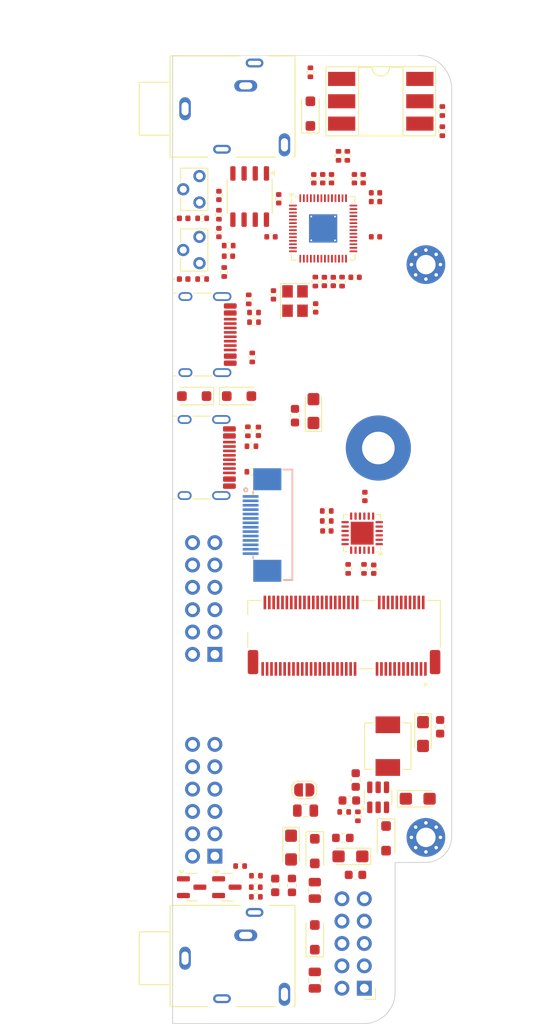
<source format=kicad_pcb>
(kicad_pcb (version 20240108) (generator "pcbnew") (generator_version "8.0")
  (layers (0 "F.Cu" signal) (31 "B.Cu" signal) (34 "B.Paste" user) (35 "F.Paste" user) (36 "B.SilkS" user "B.Silkscreen") (37 "F.SilkS" user "F.Silkscreen") (38 "B.Mask" user) (39 "F.Mask" user) (44 "Edge.Cuts" user))
  (net 0 "")
  (net 1 "GND")
  (net 2 "+3V3")
  (net 3 "Net-(U2-RUN(RESET#))")
  (net 4 "+2V5")
  (net 5 "/rp2040_jtag/+1V1")
  (net 6 "Net-(C15-Pad1)")
  (net 7 "Net-(U2-XIN)")
  (net 8 "/usb/ULPI_1V8")
  (net 9 "/usb/ULPI_3V3")
  (net 10 "/ULPI_USB_VBUS")
  (net 11 "Net-(D1-A)")
  (net 12 "Net-(D1-K)")
  (net 13 "/RP2040_USB_DP")
  (net 14 "Net-(J7-CC2)")
  (net 15 "/RP2040_USB_VBUS")
  (net 16 "/RP2040_USB_DM")
  (net 17 "Net-(J7-CC1)")
  (net 18 "/power/VAUX")
  (net 19 "Net-(D4-K)")
  (net 20 "Net-(JP1-B)")
  (net 21 "Net-(U3-DP)")
  (net 22 "Net-(U3-DM)")
  (net 23 "Net-(D8-A)")
  (net 24 "Net-(D9-A)")
  (net 26 "Net-(J4-PadS)")
  (net 29 "Net-(J5-PadT)")
  (net 30 "Net-(J5-PadS)")
  (net 32 "Net-(Q2-G)")
  (net 33 "Net-(Q2-D)")
  (net 34 "Net-(Q3-D)")
  (net 35 "Net-(U3-RBIAS)")
  (net 36 "Net-(U2-XOUT)")
  (net 37 "Net-(J9-CC2)")
  (net 38 "/rp2040_jtag/D-")
  (net 39 "/rp2040_jtag/D+")
  (net 40 "Net-(J9-CC1)")
  (net 41 "/rp2040_jtag/~{BOOTSEL}")
  (net 42 "Net-(U3-VBUS)")
  (net 43 "Net-(R15-Pad1)")
  (net 44 "/rp2040_jtag/IO1")
  (net 45 "/rp2040_jtag/IO0")
  (net 46 "/rp2040_jtag/CLK")
  (net 47 "/rp2040_jtag/IO2")
  (net 48 "/rp2040_jtag/IO3")
  (net 50 "/rp2040_jtag/GPIO20\\JTAG_RST")
  (net 54 "/ULPI_USB_DP")
  (net 64 "/ULPI_USB_DM")
  (net 67 "/rp2040_jtag/GPIO21\\JTAG_TRST")
  (net 71 "Net-(U2-GPIO22{slash}SPI0_SCK{slash}UART1_CTS{slash}I2C1_SDA{slash}PWM3_A{slash}CLOCK_GPIN1{slash}USB_VBUS_DET)")
  (net 79 "-12V")
  (net 80 "+12V")
  (net 81 "Net-(D2-A)")
  (net 82 "Net-(D2-K)")
  (net 83 "Net-(D3-K)")
  (net 84 "Net-(D3-A)")
  (net 85 "ECP5_B15")
  (net 86 "ECP5_C15")
  (net 88 "ECP5_C11")
  (net 89 "ECP5_A6")
  (net 90 "ECP5_D14")
  (net 91 "ECP5_B16")
  (net 92 "ECP5_C5")
  (net 93 "ECP5_A13")
  (net 95 "ECP5_D8")
  (net 96 "ECP5_B9")
  (net 97 "ECP5_A4")
  (net 98 "ECP5_D16")
  (net 99 "ECP5_C16")
  (net 100 "ECP5_M10_TDO")
  (net 101 "ECP5_B3")
  (net 103 "ECP5_D9")
  (net 105 "ECP5_A14")
  (net 106 "ECP5_C6")
  (net 107 "ECP5_A3")
  (net 108 "ECP5_B14")
  (net 109 "ECP5_E4")
  (net 110 "ECP5_A15")
  (net 111 "ECP5_D5")
  (net 112 "ECP5_C9")
  (net 114 "ECP5_A2")
  (net 115 "ECP5_D6")
  (net 116 "ECP5_B6")
  (net 117 "ECP5_B8")
  (net 118 "ECP5_B11")
  (net 119 "ECP5_A9")
  (net 120 "ECP5_C14")
  (net 121 "ECP5_D7")
  (net 123 "ECP5_D4")
  (net 124 "ECP5_A5")
  (net 125 "ECP5_A10")
  (net 126 "ECP5_R11_TDI")
  (net 127 "ECP5_C13")
  (net 129 "ECP5_C4")
  (net 130 "ECP5_T10_TCK")
  (net 131 "ECP5_B4")
  (net 132 "ECP5_B5")
  (net 133 "ECP5_C10")
  (net 134 "ECP5_B7")
  (net 135 "ECP5_T11_TMS")
  (net 136 "ECP5_B10")
  (net 138 "ECP5_D13")
  (net 139 "ECP5_A7")
  (net 141 "ECP5_C7")
  (net 142 "ECP5_B13")
  (net 143 "Net-(U5-BST)")
  (net 144 "Net-(U5-SW)")
  (net 145 "Net-(U5-FB)")
  (net 146 "Net-(J6-Pin_10)")
  (net 147 "Net-(J6-Pin_1)")
  (footprint "Connector_PinHeader_2.54mm:PinHeader_2x05_P2.54mm_Horizontal" (layer "F.Cu") (at 21.73 105.98 180)
    (property "Reference" "J6" (hide yes))
    (property "Value" "CONN 2x5 P=2.54mm")
    (pad "1" thru_hole rect (at 0 0 180) (size 1.7 1.7) (drill 1) (layers "*.Cu" "*.Mask") (net 147 "Net-(J6-Pin_1)"))
    (pad "2" thru_hole oval (at 2.54 0 180) (size 1.7 1.7) (drill 1) (layers "*.Cu" "*.Mask") (net 147 "Net-(J6-Pin_1)"))
    (pad "3" thru_hole oval (at 0 2.54 180) (size 1.7 1.7) (drill 1) (layers "*.Cu" "*.Mask") (net 1 "GND"))
    (pad "4" thru_hole oval (at 2.54 2.54 180) (size 1.7 1.7) (drill 1) (layers "*.Cu" "*.Mask") (net 1 "GND"))
    (pad "5" thru_hole oval (at 0 5.08 180) (size 1.7 1.7) (drill 1) (layers "*.Cu" "*.Mask") (net 1 "GND"))
    (pad "6" thru_hole oval (at 2.54 5.08 180) (size 1.7 1.7) (drill 1) (layers "*.Cu" "*.Mask") (net 1 "GND"))
    (pad "7" thru_hole oval (at 0 7.62 180) (size 1.7 1.7) (drill 1) (layers "*.Cu" "*.Mask") (net 1 "GND"))
    (pad "8" thru_hole oval (at 2.54 7.62 180) (size 1.7 1.7) (drill 1) (layers "*.Cu" "*.Mask") (net 1 "GND"))
    (pad "9" thru_hole oval (at 0 10.16 180) (size 1.7 1.7) (drill 1) (layers "*.Cu" "*.Mask") (net 146 "Net-(J6-Pin_10)"))
    (pad "10" thru_hole oval (at 2.54 10.16 180) (size 1.7 1.7) (drill 1) (layers "*.Cu" "*.Mask") (net 146 "Net-(J6-Pin_10)"))
  )
  (footprint "Capacitor_Tantalum_SMD:CP_EIA-3216-10_Kemet-I" (layer "F.Cu") (at 27.8 84.45)
    (property "Reference" "C36" (hide yes))
    (property "Value" "22.0uF")
    (pad "1" smd roundrect (at -1.35 0) (size 1.4 1.35) (layers "F.Cu" "F.Paste" "F.Mask") (roundrect_rratio 0.185185) (net 18 "/power/VAUX"))
    (pad "2" smd roundrect (at 1.35 0) (size 1.4 1.35) (layers "F.Cu" "F.Paste" "F.Mask") (roundrect_rratio 0.185185) (net 1 "GND"))
  )
  (footprint "Package_TO_SOT_SMD:SOT-23" (layer "F.Cu") (at 6.1 94.5)
    (property "Reference" "Q2" (hide yes))
    (property "Value" "2N7002")
    (pad "1" smd roundrect (at -0.9375 -0.95) (size 1.475 0.6) (layers "F.Cu" "F.Paste" "F.Mask") (net 32 "Net-(Q2-G)"))
    (pad "2" smd roundrect (at -0.9375 0.95) (size 1.475 0.6) (layers "F.Cu" "F.Paste" "F.Mask") (net 1 "GND"))
    (pad "3" smd roundrect (at 0.9375 0) (size 1.475 0.6) (layers "F.Cu" "F.Paste" "F.Mask") (net 33 "Net-(Q2-D)"))
  )
  (footprint "Capacitor_Tantalum_SMD:CP_EIA-3216-10_Kemet-I" (layer "F.Cu") (at 15.95 40.4 90)
    (property "Reference" "C33" (hide yes))
    (property "Value" "22.0uF")
    (pad "1" smd roundrect (at -1.35 0 90) (size 1.4 1.35) (layers "F.Cu" "F.Paste" "F.Mask") (roundrect_rratio 0.185185) (net 2 "+3V3"))
    (pad "2" smd roundrect (at 1.35 0 90) (size 1.4 1.35) (layers "F.Cu" "F.Paste" "F.Mask") (roundrect_rratio 0.185185) (net 1 "GND"))
  )
  (footprint "Resistor_SMD:R_0402_1005Metric" (layer "F.Cu") (at 7.61 92.1)
    (property "Reference" "R12" (hide yes))
    (property "Value" "4K7")
    (pad "1" smd roundrect (at -0.51 0) (size 0.54 0.64) (layers "F.Cu" "F.Paste" "F.Mask") (net 33 "Net-(Q2-D)"))
    (pad "2" smd roundrect (at 0.51 0) (size 0.54 0.64) (layers "F.Cu" "F.Paste" "F.Mask") (net 2 "+3V3"))
  )
  (footprint "MountingHole:MountingHole_3.7mm_Pad" (layer "F.Cu") (at 23.325 44.6)
    (property "Reference" "REF**" (hide yes))
    (property "Value" "MountingHole_3.7mm_Pad")
    (pad "1" thru_hole circle (at 0 0) (size 7.4 7.4) (drill 3.7) (layers "*.Cu" "*.Mask"))
  )
  (footprint "Resistor_SMD:R_0402_1005Metric" (layer "F.Cu") (at 8.59 27.71 -90)
    (property "Reference" "R24" (hide yes))
    (property "Value" "18K")
    (pad "1" smd roundrect (at -0.51 0 270) (size 0.54 0.64) (layers "F.Cu" "F.Paste" "F.Mask") (net 1 "GND"))
    (pad "2" smd roundrect (at 0.51 0 270) (size 0.54 0.64) (layers "F.Cu" "F.Paste" "F.Mask") (net 71 "Net-(U2-GPIO22{slash}SPI0_SCK{slash}UART1_CTS{slash}I2C1_SDA{slash}PWM3_A{slash}CLOCK_GPIN1{slash}USB_VBUS_DET)"))
  )
  (footprint "Fuse:Fuse_0805_2012Metric" (layer "F.Cu") (at 16.1 94.8625 90)
    (property "Reference" "F1" (hide yes))
    (property "Value" "15V 200mA")
    (pad "1" smd roundrect (at -0.9375 0 90) (size 0.975 1.4) (layers "F.Cu" "F.Paste" "F.Mask") (net 146 "Net-(J6-Pin_10)"))
    (pad "2" smd roundrect (at 0.9375 0 90) (size 0.975 1.4) (layers "F.Cu" "F.Paste" "F.Mask") (net 81 "Net-(D2-A)"))
  )
  (footprint "Inductor_SMD:L_0603_1608Metric" (layer "F.Cu") (at 13.5 94.3 -90)
    (property "Reference" "L2" (hide yes))
    (property "Value" "FERRITE")
    (pad "1" smd roundrect (at -0.7875 0 270) (size 0.875 0.95) (layers "F.Cu" "F.Paste" "F.Mask") (net 79 "-12V"))
    (pad "2" smd roundrect (at 0.7875 0 270) (size 0.875 0.95) (layers "F.Cu" "F.Paste" "F.Mask") (net 84 "Net-(D3-A)"))
  )
  (footprint "Capacitor_SMD:C_0402_1005Metric" (layer "F.Cu") (at 23 16.6)
    (property "Reference" "C7" (hide yes))
    (property "Value" "100nF/10V/20%/X5R/C0402")
    (pad "1" smd roundrect (at -0.48 0) (size 0.56 0.62) (layers "F.Cu" "F.Paste" "F.Mask") (net 4 "+2V5"))
    (pad "2" smd roundrect (at 0.48 0) (size 0.56 0.62) (layers "F.Cu" "F.Paste" "F.Mask") (net 1 "GND"))
  )
  (footprint "Resistor_SMD:R_0402_1005Metric" (layer "F.Cu") (at 15.6 1.91 -90)
    (property "Reference" "R10" (hide yes))
    (property "Value" "220R")
    (pad "1" smd roundrect (at -0.51 0 270) (size 0.54 0.64) (layers "F.Cu" "F.Paste" "F.Mask") (net 26 "Net-(J4-PadS)"))
    (pad "2" smd roundrect (at 0.51 0 270) (size 0.54 0.64) (layers "F.Cu" "F.Paste" "F.Mask") (net 12 "Net-(D1-K)"))
  )
  (footprint "Resistor_SMD:R_0402_1005Metric" (layer "F.Cu") (at 8.89 47.3)
    (property "Reference" "R20" (hide yes))
    (property "Value" "5.1k")
    (pad "1" smd roundrect (at -0.51 0) (size 0.54 0.64) (layers "F.Cu" "F.Paste" "F.Mask") (net 37 "Net-(J9-CC2)"))
    (pad "2" smd roundrect (at 0.51 0) (size 0.54 0.64) (layers "F.Cu" "F.Paste" "F.Mask") (net 1 "GND"))
  )
  (footprint "Inductor_SMD:L_0603_1608Metric" (layer "F.Cu") (at 19.2875 88.9 180)
    (property "Reference" "L1" (hide yes))
    (property "Value" "FERRITE")
    (pad "1" smd roundrect (at -0.7875 0 180) (size 0.875 0.95) (layers "F.Cu" "F.Paste" "F.Mask") (net 80 "+12V"))
    (pad "2" smd roundrect (at 0.7875 0 180) (size 0.875 0.95) (layers "F.Cu" "F.Paste" "F.Mask") (net 82 "Net-(D2-K)"))
  )
  (footprint "Package_DFN_QFN:QFN-56-1EP_7x7mm_P0.4mm_EP3.2x3.2mm_ThermalVias" (layer "F.Cu") (at 17.05 19.65)
    (property "Reference" "U2" (hide yes))
    (property "Value" "RP2040(QFN-56_7x7mm_P0.4mm)")
    (pad "1" smd roundrect (at -3.4375 -2.6) (size 0.875 0.2) (layers "F.Cu" "F.Paste" "F.Mask") (net 4 "+2V5"))
    (pad "2" smd roundrect (at -3.4375 -2.2) (size 0.875 0.2) (layers "F.Cu" "F.Paste" "F.Mask"))
    (pad "3" smd roundrect (at -3.4375 -1.8) (size 0.875 0.2) (layers "F.Cu" "F.Paste" "F.Mask"))
    (pad "4" smd roundrect (at -3.4375 -1.4) (size 0.875 0.2) (layers "F.Cu" "F.Paste" "F.Mask"))
    (pad "5" smd roundrect (at -3.4375 -1) (size 0.875 0.2) (layers "F.Cu" "F.Paste" "F.Mask"))
    (pad "6" smd roundrect (at -3.4375 -0.6) (size 0.875 0.2) (layers "F.Cu" "F.Paste" "F.Mask"))
    (pad "7" smd roundrect (at -3.4375 -0.2) (size 0.875 0.2) (layers "F.Cu" "F.Paste" "F.Mask"))
    (pad "8" smd roundrect (at -3.4375 0.2) (size 0.875 0.2) (layers "F.Cu" "F.Paste" "F.Mask"))
    (pad "9" smd roundrect (at -3.4375 0.6) (size 0.875 0.2) (layers "F.Cu" "F.Paste" "F.Mask"))
    (pad "10" smd roundrect (at -3.4375 1) (size 0.875 0.2) (layers "F.Cu" "F.Paste" "F.Mask") (net 4 "+2V5"))
    (pad "11" smd roundrect (at -3.4375 1.4) (size 0.875 0.2) (layers "F.Cu" "F.Paste" "F.Mask"))
    (pad "12" smd roundrect (at -3.4375 1.8) (size 0.875 0.2) (layers "F.Cu" "F.Paste" "F.Mask"))
    (pad "13" smd roundrect (at -3.4375 2.2) (size 0.875 0.2) (layers "F.Cu" "F.Paste" "F.Mask"))
    (pad "14" smd roundrect (at -3.4375 2.6) (size 0.875 0.2) (layers "F.Cu" "F.Paste" "F.Mask"))
    (pad "15" smd roundrect (at -2.6 3.4375) (size 0.2 0.875) (layers "F.Cu" "F.Paste" "F.Mask") (net 97 "ECP5_A4"))
    (pad "16" smd roundrect (at -2.2 3.4375) (size 0.2 0.875) (layers "F.Cu" "F.Paste" "F.Mask") (net 131 "ECP5_B4"))
    (pad "17" smd roundrect (at -1.8 3.4375) (size 0.2 0.875) (layers "F.Cu" "F.Paste" "F.Mask"))
    (pad "18" smd roundrect (at -1.4 3.4375) (size 0.2 0.875) (layers "F.Cu" "F.Paste" "F.Mask"))
    (pad "19" smd roundrect (at -1 3.4375) (size 0.2 0.875) (layers "F.Cu" "F.Paste" "F.Mask") (net 1 "GND"))
    (pad "20" smd roundrect (at -0.6 3.4375) (size 0.2 0.875) (layers "F.Cu" "F.Paste" "F.Mask") (net 7 "Net-(U2-XIN)"))
    (pad "21" smd roundrect (at -0.2 3.4375) (size 0.2 0.875) (layers "F.Cu" "F.Paste" "F.Mask") (net 36 "Net-(U2-XOUT)"))
    (pad "22" smd roundrect (at 0.2 3.4375) (size 0.2 0.875) (layers "F.Cu" "F.Paste" "F.Mask") (net 4 "+2V5"))
    (pad "23" smd roundrect (at 0.6 3.4375) (size 0.2 0.875) (layers "F.Cu" "F.Paste" "F.Mask") (net 5 "/rp2040_jtag/+1V1"))
    (pad "24" smd roundrect (at 1 3.4375) (size 0.2 0.875) (layers "F.Cu" "F.Paste" "F.Mask"))
    (pad "25" smd roundrect (at 1.4 3.4375) (size 0.2 0.875) (layers "F.Cu" "F.Paste" "F.Mask"))
    (pad "26" smd roundrect (at 1.8 3.4375) (size 0.2 0.875) (layers "F.Cu" "F.Paste" "F.Mask") (net 3 "Net-(U2-RUN(RESET#))"))
    (pad "27" smd roundrect (at 2.2 3.4375) (size 0.2 0.875) (layers "F.Cu" "F.Paste" "F.Mask") (net 126 "ECP5_R11_TDI"))
    (pad "28" smd roundrect (at 2.6 3.4375) (size 0.2 0.875) (layers "F.Cu" "F.Paste" "F.Mask") (net 100 "ECP5_M10_TDO"))
    (pad "29" smd roundrect (at 3.4375 2.6) (size 0.875 0.2) (layers "F.Cu" "F.Paste" "F.Mask") (net 130 "ECP5_T10_TCK"))
    (pad "30" smd roundrect (at 3.4375 2.2) (size 0.875 0.2) (layers "F.Cu" "F.Paste" "F.Mask") (net 135 "ECP5_T11_TMS"))
    (pad "31" smd roundrect (at 3.4375 1.8) (size 0.875 0.2) (layers "F.Cu" "F.Paste" "F.Mask") (net 50 "/rp2040_jtag/GPIO20\\JTAG_RST"))
    (pad "32" smd roundrect (at 3.4375 1.4) (size 0.875 0.2) (layers "F.Cu" "F.Paste" "F.Mask") (net 67 "/rp2040_jtag/GPIO21\\JTAG_TRST"))
    (pad "33" smd roundrect (at 3.4375 1) (size 0.875 0.2) (layers "F.Cu" "F.Paste" "F.Mask") (net 4 "+2V5"))
    (pad "34" smd roundrect (at 3.4375 0.6) (size 0.875 0.2) (layers "F.Cu" "F.Paste" "F.Mask") (net 71 "Net-(U2-GPIO22{slash}SPI0_SCK{slash}UART1_CTS{slash}I2C1_SDA{slash}PWM3_A{slash}CLOCK_GPIN1{slash}USB_VBUS_DET)"))
    (pad "35" smd roundrect (at 3.4375 0.2) (size 0.875 0.2) (layers "F.Cu" "F.Paste" "F.Mask"))
    (pad "36" smd roundrect (at 3.4375 -0.2) (size 0.875 0.2) (layers "F.Cu" "F.Paste" "F.Mask"))
    (pad "37" smd roundrect (at 3.4375 -0.6) (size 0.875 0.2) (layers "F.Cu" "F.Paste" "F.Mask"))
    (pad "38" smd roundrect (at 3.4375 -1) (size 0.875 0.2) (layers "F.Cu" "F.Paste" "F.Mask"))
    (pad "39" smd roundrect (at 3.4375 -1.4) (size 0.875 0.2) (layers "F.Cu" "F.Paste" "F.Mask"))
    (pad "40" smd roundrect (at 3.4375 -1.8) (size 0.875 0.2) (layers "F.Cu" "F.Paste" "F.Mask"))
    (pad "41" smd roundrect (at 3.4375 -2.2) (size 0.875 0.2) (layers "F.Cu" "F.Paste" "F.Mask"))
    (pad "42" smd roundrect (at 3.4375 -2.6) (size 0.875 0.2) (layers "F.Cu" "F.Paste" "F.Mask") (net 4 "+2V5"))
    (pad "43" smd roundrect (at 2.6 -3.4375) (size 0.2 0.875) (layers "F.Cu" "F.Paste" "F.Mask") (net 2 "+3V3"))
    (pad "44" smd roundrect (at 2.2 -3.4375) (size 0.2 0.875) (layers "F.Cu" "F.Paste" "F.Mask") (net 4 "+2V5"))
    (pad "45" smd roundrect (at 1.8 -3.4375) (size 0.2 0.875) (layers "F.Cu" "F.Paste" "F.Mask") (net 5 "/rp2040_jtag/+1V1"))
    (pad "46" smd roundrect (at 1.4 -3.4375) (size 0.2 0.875) (layers "F.Cu" "F.Paste" "F.Mask") (net 38 "/rp2040_jtag/D-"))
    (pad "47" smd roundrect (at 1 -3.4375) (size 0.2 0.875) (layers "F.Cu" "F.Paste" "F.Mask") (net 39 "/rp2040_jtag/D+"))
    (pad "48" smd roundrect (at 0.6 -3.4375) (size 0.2 0.875) (layers "F.Cu" "F.Paste" "F.Mask") (net 2 "+3V3"))
    (pad "49" smd roundrect (at 0.2 -3.4375) (size 0.2 0.875) (layers "F.Cu" "F.Paste" "F.Mask") (net 4 "+2V5"))
    (pad "50" smd roundrect (at -0.2 -3.4375) (size 0.2 0.875) (layers "F.Cu" "F.Paste" "F.Mask") (net 5 "/rp2040_jtag/+1V1"))
    (pad "51" smd roundrect (at -0.6 -3.4375) (size 0.2 0.875) (layers "F.Cu" "F.Paste" "F.Mask") (net 48 "/rp2040_jtag/IO3"))
    (pad "52" smd roundrect (at -1 -3.4375) (size 0.2 0.875) (layers "F.Cu" "F.Paste" "F.Mask") (net 46 "/rp2040_jtag/CLK"))
    (pad "53" smd roundrect (at -1.4 -3.4375) (size 0.2 0.875) (layers "F.Cu" "F.Paste" "F.Mask") (net 45 "/rp2040_jtag/IO0"))
    (pad "54" smd roundrect (at -1.8 -3.4375) (size 0.2 0.875) (layers "F.Cu" "F.Paste" "F.Mask") (net 47 "/rp2040_jtag/IO2"))
    (pad "55" smd roundrect (at -2.2 -3.4375) (size 0.2 0.875) (layers "F.Cu" "F.Paste" "F.Mask") (net 44 "/rp2040_jtag/IO1"))
    (pad "56" smd roundrect (at -2.6 -3.4375) (size 0.2 0.875) (layers "F.Cu" "F.Paste" "F.Mask") (net 139 "ECP5_A7"))
    (pad "57" thru_hole circle (at -1.35 -1.35) (size 0.5 0.5) (drill 0.2) (property pad_prop_heatsink) (layers "*.Cu") (net 1 "GND"))
    (pad "57" thru_hole circle (at -1.35 1.35) (size 0.5 0.5) (drill 0.2) (property pad_prop_heatsink) (layers "*.Cu") (net 1 "GND"))
    (pad "57" smd rect (at 0 0) (size 3.2 3.2) (property pad_prop_heatsink) (layers "F.Cu" "F.Mask") (net 1 "GND"))
    (pad "57" smd rect (at 0 0) (size 3.2 3.2) (property pad_prop_heatsink) (layers "B.Cu") (net 1 "GND"))
    (pad "57" thru_hole circle (at 1.35 -1.35) (size 0.5 0.5) (drill 0.2) (property pad_prop_heatsink) (layers "*.Cu") (net 1 "GND"))
    (pad "57" thru_hole circle (at 1.35 1.35) (size 0.5 0.5) (drill 0.2) (property pad_prop_heatsink) (layers "*.Cu") (net 1 "GND"))
  )
  (footprint "Resistor_SMD:R_0402_1005Metric" (layer "F.Cu") (at 3.29 18.5)
    (property "Reference" "R29" (hide yes))
    (property "Value" "100R/R0402")
    (pad "1" smd roundrect (at -0.51 0) (size 0.54 0.64) (layers "F.Cu" "F.Paste" "F.Mask") (net 23 "Net-(D8-A)"))
    (pad "2" smd roundrect (at 0.51 0) (size 0.54 0.64) (layers "F.Cu" "F.Paste" "F.Mask") (net 2 "+3V3"))
  )
  (footprint "Diode_SMD:D_SOD-123F" (layer "F.Cu") (at 7.49 38.7)
    (property "Reference" "D5" (hide yes))
    (property "Value" "1N4007FL")
    (pad "1" smd roundrect (at -1.4 0) (size 1.1 1.1) (layers "F.Cu" "F.Paste" "F.Mask") (roundrect_rratio 0.2272727273) (net 19 "Net-(D4-K)"))
    (pad "2" smd roundrect (at 1.4 0) (size 1.1 1.1) (layers "F.Cu" "F.Paste" "F.Mask") (roundrect_rratio 0.2272727273) (net 10 "/ULPI_USB_VBUS"))
  )
  (footprint "Connector_PinSocket_2.54mm:PinSocket_2x06_P2.54mm_Horizontal" (layer "F.Cu") (at 4.74 55.35)
    (property "Reference" "J3" (hide yes))
    (property "Value" "Conn_02x06_Top_Bottom")
    (pad "1" thru_hole rect (at 0 12.7) (size 1.7 1.7) (drill 1) (layers "*.Cu" "*.Mask") (net 119 "ECP5_A9"))
    (pad "2" thru_hole oval (at 0 10.16) (size 1.7 1.7) (drill 1) (layers "*.Cu" "*.Mask") (net 93 "ECP5_A13"))
    (pad "3" thru_hole oval (at 0 7.62) (size 1.7 1.7) (drill 1) (layers "*.Cu" "*.Mask") (net 108 "ECP5_B14"))
    (pad "4" thru_hole oval (at 0 5.08) (size 1.7 1.7) (drill 1) (layers "*.Cu" "*.Mask") (net 120 "ECP5_C14"))
    (pad "5" thru_hole oval (at 0 2.54) (size 1.7 1.7) (drill 1) (layers "*.Cu" "*.Mask") (net 1 "GND"))
    (pad "6" thru_hole oval (at 0 0) (size 1.7 1.7) (drill 1) (layers "*.Cu" "*.Mask") (net 2 "+3V3"))
    (pad "7" thru_hole oval (at -2.54 12.7) (size 1.7 1.7) (drill 1) (layers "*.Cu" "*.Mask") (net 96 "ECP5_B9"))
    (pad "8" thru_hole oval (at -2.54 10.16) (size 1.7 1.7) (drill 1) (layers "*.Cu" "*.Mask") (net 142 "ECP5_B13"))
    (pad "9" thru_hole oval (at -2.54 7.62) (size 1.7 1.7) (drill 1) (layers "*.Cu" "*.Mask") (net 105 "ECP5_A14"))
    (pad "10" thru_hole oval (at -2.54 5.08) (size 1.7 1.7) (drill 1) (layers "*.Cu" "*.Mask") (net 90 "ECP5_D14"))
    (pad "11" thru_hole oval (at -2.54 2.54) (size 1.7 1.7) (drill 1) (layers "*.Cu" "*.Mask") (net 1 "GND"))
    (pad "12" thru_hole oval (at -2.54 0) (size 1.7 1.7) (drill 1) (layers "*.Cu" "*.Mask") (net 2 "+3V3"))
  )
  (footprint "Package_TO_SOT_SMD:TSOT-23-6" (layer "F.Cu") (at 23.3 84.286 90)
    (property "Reference" "U5" (hide yes))
    (property "Value" "AP63200WU")
    (pad "1" smd roundrect (at -1.1375 -0.95 90) (size 1.325 0.6) (layers "F.Cu" "F.Paste" "F.Mask") (net 145 "Net-(U5-FB)"))
    (pad "2" smd roundrect (at -1.1375 0 90) (size 1.325 0.6) (layers "F.Cu" "F.Paste" "F.Mask") (net 18 "/power/VAUX"))
    (pad "3" smd roundrect (at -1.1375 0.95 90) (size 1.325 0.6) (layers "F.Cu" "F.Paste" "F.Mask") (net 18 "/power/VAUX"))
    (pad "4" smd roundrect (at 1.1375 0.95 90) (size 1.325 0.6) (layers "F.Cu" "F.Paste" "F.Mask") (net 1 "GND"))
    (pad "5" smd roundrect (at 1.1375 0 90) (size 1.325 0.6) (layers "F.Cu" "F.Paste" "F.Mask") (net 144 "Net-(U5-SW)"))
    (pad "6" smd roundrect (at 1.1375 -0.95 90) (size 1.325 0.6) (layers "F.Cu" "F.Paste" "F.Mask") (net 143 "Net-(U5-BST)"))
  )
  (footprint "Capacitor_SMD:C_0402_1005Metric" (layer "F.Cu") (at 20.68 25.2)
    (property "Reference" "C2" (hide yes))
    (property "Value" "100nF/10V/20%/X5R/C0402")
    (pad "1" smd roundrect (at -0.48 0) (size 0.56 0.62) (layers "F.Cu" "F.Paste" "F.Mask") (net 3 "Net-(U2-RUN(RESET#))"))
    (pad "2" smd roundrect (at 0.48 0) (size 0.56 0.62) (layers "F.Cu" "F.Paste" "F.Mask") (net 1 "GND"))
  )
  (footprint "MountingHole:MountingHole_2.2mm_M2_Pad_Via" (layer "F.Cu") (at 28.732 23.7588)
    (property "Reference" "REF**" (hide yes))
    (property "Value" "MountingHole_2.2mm_M2_Pad_Via")
    (pad "1" thru_hole circle (at -1.65 0) (size 0.7 0.7) (drill 0.4) (layers "*.Cu" "*.Mask"))
    (pad "1" thru_hole circle (at -1.166726 -1.166726) (size 0.7 0.7) (drill 0.4) (layers "*.Cu" "*.Mask"))
    (pad "1" thru_hole circle (at -1.166726 1.166726) (size 0.7 0.7) (drill 0.4) (layers "*.Cu" "*.Mask"))
    (pad "1" thru_hole circle (at 0 -1.65) (size 0.7 0.7) (drill 0.4) (layers "*.Cu" "*.Mask"))
    (pad "1" thru_hole circle (at 0 0) (size 4.4 4.4) (drill 2.2) (layers "*.Cu" "*.Mask"))
    (pad "1" thru_hole circle (at 0 1.65) (size 0.7 0.7) (drill 0.4) (layers "*.Cu" "*.Mask"))
    (pad "1" thru_hole circle (at 1.166726 -1.166726) (size 0.7 0.7) (drill 0.4) (layers "*.Cu" "*.Mask"))
    (pad "1" thru_hole circle (at 1.166726 1.166726) (size 0.7 0.7) (drill 0.4) (layers "*.Cu" "*.Mask"))
    (pad "1" thru_hole circle (at 1.65 0) (size 0.7 0.7) (drill 0.4) (layers "*.Cu" "*.Mask"))
  )
  (footprint "Resistor_SMD:R_0402_1005Metric" (layer "F.Cu") (at 6.31 21.6)
    (property "Reference" "R8" (hide yes))
    (property "Value" "100R/R0402")
    (pad "1" smd roundrect (at -0.51 0) (size 0.54 0.64) (layers "F.Cu" "F.Paste" "F.Mask") (net 139 "ECP5_A7"))
    (pad "2" smd roundrect (at 0.51 0) (size 0.54 0.64) (layers "F.Cu" "F.Paste" "F.Mask") (net 41 "/rp2040_jtag/~{BOOTSEL}"))
  )
  (footprint "LED_SMD:LED_0402_1005Metric" (layer "F.Cu") (at 1.19 18.5)
    (property "Reference" "D8" (hide yes))
    (property "Value" "LED 0402 RED")
    (pad "1" smd roundrect (at -0.485 0) (size 0.59 0.64) (layers "F.Cu" "F.Paste" "F.Mask") (net 134 "ECP5_B7"))
    (pad "2" smd roundrect (at 0.485 0) (size 0.59 0.64) (layers "F.Cu" "F.Paste" "F.Mask") (net 23 "Net-(D8-A)"))
  )
  (footprint "Resistor_SMD:R_0402_1005Metric" (layer "F.Cu") (at 19.44 85.95 180)
    (property "Reference" "R17" (hide yes))
    (property "Value" "182K")
    (pad "1" smd roundrect (at -0.51 0 180) (size 0.54 0.64) (layers "F.Cu" "F.Paste" "F.Mask") (net 145 "Net-(U5-FB)"))
    (pad "2" smd roundrect (at 0.51 0 180) (size 0.54 0.64) (layers "F.Cu" "F.Paste" "F.Mask") (net 2 "+3V3"))
  )
  (footprint "Diode_SMD:D_SOD-123F" (layer "F.Cu") (at 16.1 100.2 90)
    (property "Reference" "D3" (hide yes))
    (property "Value" "1N4007FL")
    (pad "1" smd roundrect (at -1.4 0 90) (size 1.1 1.1) (layers "F.Cu" "F.Paste" "F.Mask") (roundrect_rratio 0.2272727273) (net 83 "Net-(D3-K)"))
    (pad "2" smd roundrect (at 1.4 0 90) (size 1.1 1.1) (layers "F.Cu" "F.Paste" "F.Mask") (roundrect_rratio 0.2272727273) (net 84 "Net-(D3-A)"))
  )
  (footprint "Resistor_SMD:R_0402_1005Metric" (layer "F.Cu") (at 8.99 34.31 -90)
    (property "Reference" "R22" (hide yes))
    (property "Value" "5.1k")
    (pad "1" smd roundrect (at -0.51 0 270) (size 0.54 0.64) (layers "F.Cu" "F.Paste" "F.Mask") (net 14 "Net-(J7-CC2)"))
    (pad "2" smd roundrect (at 0.51 0 270) (size 0.54 0.64) (layers "F.Cu" "F.Paste" "F.Mask") (net 1 "GND"))
  )
  (footprint "Capacitor_SMD:C_0603_1608Metric" (layer "F.Cu") (at 11.6 94.3 90)
    (property "Reference" "C24" (hide yes))
    (property "Value" "100nF")
    (pad "1" smd roundrect (at -0.775 0 90) (size 0.9 0.95) (layers "F.Cu" "F.Paste" "F.Mask") (net 1 "GND"))
    (pad "2" smd roundrect (at 0.775 0 90) (size 0.9 0.95) (layers "F.Cu" "F.Paste" "F.Mask") (net 79 "-12V"))
  )
  (footprint "Capacitor_SMD:C_0402_1005Metric" (layer "F.Cu") (at 21.792751 50.104876 90)
    (property "Reference" "C18" (hide yes))
    (property "Value" "0.1uF")
    (pad "1" smd roundrect (at -0.48 0 90) (size 0.56 0.62) (layers "F.Cu" "F.Paste" "F.Mask") (net 2 "+3V3"))
    (pad "2" smd roundrect (at 0.48 0 90) (size 0.56 0.62) (layers "F.Cu" "F.Paste" "F.Mask") (net 1 "GND"))
  )
  (footprint "Resistor_SMD:R_0402_1005Metric" (layer "F.Cu") (at 17.46 52.89)
    (property "Reference" "R26" (hide yes))
    (property "Value" "27R/R0402")
    (pad "1" smd roundrect (at -0.51 0) (size 0.54 0.64) (layers "F.Cu" "F.Paste" "F.Mask") (net 22 "Net-(U3-DM)"))
    (pad "2" smd roundrect (at 0.51 0) (size 0.54 0.64) (layers "F.Cu" "F.Paste" "F.Mask") (net 64 "/ULPI_USB_DM"))
  )
  (footprint "Capacitor_SMD:C_0402_1005Metric" (layer "F.Cu") (at 21.6 14 90)
    (property "Reference" "C11" (hide yes))
    (property "Value" "2.2uF/6.3V/20%/X5R/C0402")
    (pad "1" smd roundrect (at -0.48 0 90) (size 0.56 0.62) (layers "F.Cu" "F.Paste" "F.Mask") (net 4 "+2V5"))
    (pad "2" smd roundrect (at 0.48 0 90) (size 0.56 0.62) (layers "F.Cu" "F.Paste" "F.Mask") (net 1 "GND"))
  )
  (footprint "LED_SMD:LED_0402_1005Metric" (layer "F.Cu") (at 1.19 25.4)
    (property "Reference" "D9" (hide yes))
    (property "Value" "LED 0402 RED")
    (pad "1" smd roundrect (at -0.485 0) (size 0.59 0.64) (layers "F.Cu" "F.Paste" "F.Mask") (net 107 "ECP5_A3"))
    (pad "2" smd roundrect (at 0.485 0) (size 0.59 0.64) (layers "F.Cu" "F.Paste" "F.Mask") (net 24 "Net-(D9-A)"))
  )
  (footprint "Package_DFN_QFN:QFN-24-1EP_4x4mm_P0.5mm_EP2.6x2.6mm" (layer "F.Cu") (at 21.482751 54.274876 180)
    (property "Reference" "U3" (hide yes))
    (property "Value" "USB3343")
    (pad "1" smd roundrect (at -1.9375 -1.25 180) (size 0.825 0.25) (layers "F.Cu" "F.Paste" "F.Mask") (net 114 "ECP5_A2"))
    (pad "2" smd roundrect (at -1.9375 -0.75 180) (size 0.825 0.25) (layers "F.Cu" "F.Paste" "F.Mask") (net 2 "+3V3"))
    (pad "3" smd roundrect (at -1.9375 -0.25 180) (size 0.825 0.25) (layers "F.Cu" "F.Paste" "F.Mask") (net 92 "ECP5_C5"))
    (pad "4" smd roundrect (at -1.9375 0.25 180) (size 0.825 0.25) (layers "F.Cu" "F.Paste" "F.Mask") (net 115 "ECP5_D6"))
    (pad "5" smd roundrect (at -1.9375 0.75 180) (size 0.825 0.25) (layers "F.Cu" "F.Paste" "F.Mask") (net 123 "ECP5_D4"))
    (pad "6" smd roundrect (at -1.9375 1.25 180) (size 0.825 0.25) (layers "F.Cu" "F.Paste" "F.Mask") (net 109 "ECP5_E4"))
    (pad "7" smd roundrect (at -1.25 1.9375 180) (size 0.25 0.825) (layers "F.Cu" "F.Paste" "F.Mask") (net 124 "ECP5_A5"))
    (pad "8" smd roundrect (at -0.75 1.9375 180) (size 0.25 0.825) (layers "F.Cu" "F.Paste" "F.Mask") (net 132 "ECP5_B5"))
    (pad "9" smd roundrect (at -0.25 1.9375 180) (size 0.25 0.825) (layers "F.Cu" "F.Paste" "F.Mask") (net 2 "+3V3"))
    (pad "10" smd roundrect (at 0.25 1.9375 180) (size 0.25 0.825) (layers "F.Cu" "F.Paste" "F.Mask") (net 89 "ECP5_A6"))
    (pad "11" smd roundrect (at 0.75 1.9375 180) (size 0.25 0.825) (layers "F.Cu" "F.Paste" "F.Mask") (net 116 "ECP5_B6"))
    (pad "12" smd roundrect (at 1.25 1.9375 180) (size 0.25 0.825) (layers "F.Cu" "F.Paste" "F.Mask") (net 101 "ECP5_B3"))
    (pad "13" smd roundrect (at 1.9375 1.25 180) (size 0.825 0.25) (layers "F.Cu" "F.Paste" "F.Mask") (net 21 "Net-(U3-DP)"))
    (pad "14" smd roundrect (at 1.9375 0.75 180) (size 0.825 0.25) (layers "F.Cu" "F.Paste" "F.Mask") (net 22 "Net-(U3-DM)"))
    (pad "15" smd roundrect (at 1.9375 0.25 180) (size 0.825 0.25) (layers "F.Cu" "F.Paste" "F.Mask") (net 9 "/usb/ULPI_3V3"))
    (pad "16" smd roundrect (at 1.9375 -0.25 180) (size 0.825 0.25) (layers "F.Cu" "F.Paste" "F.Mask") (net 2 "+3V3"))
    (pad "17" smd roundrect (at 1.9375 -0.75 180) (size 0.825 0.25) (layers "F.Cu" "F.Paste" "F.Mask") (net 42 "Net-(U3-VBUS)"))
    (pad "18" smd roundrect (at 1.9375 -1.25 180) (size 0.825 0.25) (layers "F.Cu" "F.Paste" "F.Mask") (net 9 "/usb/ULPI_3V3"))
    (pad "19" smd roundrect (at 1.25 -1.9375 180) (size 0.25 0.825) (layers "F.Cu" "F.Paste" "F.Mask") (net 35 "Net-(U3-RBIAS)"))
    (pad "20" smd roundrect (at 0.75 -1.9375 180) (size 0.25 0.825) (layers "F.Cu" "F.Paste" "F.Mask"))
    (pad "21" smd roundrect (at 0.25 -1.9375 180) (size 0.25 0.825) (layers "F.Cu" "F.Paste" "F.Mask") (net 121 "ECP5_D7"))
    (pad "22" smd roundrect (at -0.25 -1.9375 180) (size 0.25 0.825) (layers "F.Cu" "F.Paste" "F.Mask") (net 141 "ECP5_C7"))
    (pad "23" smd roundrect (at -0.75 -1.9375 180) (size 0.25 0.825) (layers "F.Cu" "F.Paste" "F.Mask") (net 8 "/usb/ULPI_1V8"))
    (pad "24" smd roundrect (at -1.25 -1.9375 180) (size 0.25 0.825) (layers "F.Cu" "F.Paste" "F.Mask") (net 106 "ECP5_C6"))
    (pad "25" smd rect (at 0 0 180) (size 2.6 2.6) (property pad_prop_heatsink) (layers "F.Cu" "F.Mask") (net 1 "GND"))
  )
  (footprint "Capacitor_SMD:C_0603_1608Metric" (layer "F.Cu") (at 20.75 82.3235 90)
    (property "Reference" "C30" (hide yes))
    (property "Value" "100nF")
    (pad "1" smd roundrect (at -0.775 0 90) (size 0.9 0.95) (layers "F.Cu" "F.Paste" "F.Mask") (net 143 "Net-(U5-BST)"))
    (pad "2" smd roundrect (at 0.775 0 90) (size 0.9 0.95) (layers "F.Cu" "F.Paste" "F.Mask") (net 144 "Net-(U5-SW)"))
  )
  (footprint "Capacitor_SMD:C_0402_1005Metric" (layer "F.Cu") (at 12 16.28 90)
    (property "Reference" "C3" (hide yes))
    (property "Value" "100nF/10V/20%/X5R/C0402")
    (pad "1" smd roundrect (at -0.48 0 90) (size 0.56 0.62) (layers "F.Cu" "F.Paste" "F.Mask") (net 4 "+2V5"))
    (pad "2" smd roundrect (at 0.48 0 90) (size 0.56 0.62) (layers "F.Cu" "F.Paste" "F.Mask") (net 1 "GND"))
  )
  (footprint "Capacitor_SMD:C_0402_1005Metric" (layer "F.Cu") (at 9.69 42.7 90)
    (property "Reference" "C21" (hide yes))
    (property "Value" "1uF")
    (pad "1" smd roundrect (at -0.48 0 90) (size 0.56 0.62) (layers "F.Cu" "F.Paste" "F.Mask") (net 10 "/ULPI_USB_VBUS"))
    (pad "2" smd roundrect (at 0.48 0 90) (size 0.56 0.62) (layers "F.Cu" "F.Paste" "F.Mask") (net 1 "GND"))
  )
  (footprint "Capacitor_SMD:C_0402_1005Metric" (layer "F.Cu") (at 23 15.6)
    (property "Reference" "C10" (hide yes))
    (property "Value" "100nF/10V/20%/X5R/C0402")
    (pad "1" smd roundrect (at -0.48 0) (size 0.56 0.62) (layers "F.Cu" "F.Paste" "F.Mask") (net 2 "+3V3"))
    (pad "2" smd roundrect (at 0.48 0) (size 0.56 0.62) (layers "F.Cu" "F.Paste" "F.Mask") (net 1 "GND"))
  )
  (footprint "Crystal:Crystal_SMD_3225-4Pin_3.2x2.5mm" (layer "F.Cu") (at 13.85 27.9 -90)
    (property "Reference" "Y1" (hide yes))
    (property "Value" "Crystal_GND24_Small")
    (pad "1" smd rect (at -1.1 0.85 270) (size 1.4 1.2) (layers "F.Cu" "F.Paste" "F.Mask") (net 7 "Net-(U2-XIN)"))
    (pad "2" smd rect (at 1.1 0.85 270) (size 1.4 1.2) (layers "F.Cu" "F.Paste" "F.Mask") (net 1 "GND"))
    (pad "3" smd rect (at 1.1 -0.85 270) (size 1.4 1.2) (layers "F.Cu" "F.Paste" "F.Mask") (net 6 "Net-(C15-Pad1)"))
    (pad "4" smd rect (at -1.1 -0.85 270) (size 1.4 1.2) (layers "F.Cu" "F.Paste" "F.Mask") (net 1 "GND"))
  )
  (footprint "Capacitor_SMD:C_0402_1005Metric" (layer "F.Cu") (at 17.185699 25.677711 -90)
    (property "Reference" "C5" (hide yes))
    (property "Value" "100nF/10V/20%/X5R/C0402")
    (pad "1" smd roundrect (at -0.48 0 270) (size 0.56 0.62) (layers "F.Cu" "F.Paste" "F.Mask") (net 4 "+2V5"))
    (pad "2" smd roundrect (at 0.48 0 270) (size 0.56 0.62) (layers "F.Cu" "F.Paste" "F.Mask") (net 1 "GND"))
  )
  (footprint "Resistor_SMD:R_0402_1005Metric" (layer "F.Cu") (at 9.39 94.5 180)
    (property "Reference" "R14" (hide yes))
    (property "Value" "10R")
    (pad "1" smd roundrect (at -0.51 0 180) (size 0.54 0.64) (layers "F.Cu" "F.Paste" "F.Mask") (net 29 "Net-(J5-PadT)"))
    (pad "2" smd roundrect (at 0.51 0 180) (size 0.54 0.64) (layers "F.Cu" "F.Paste" "F.Mask") (net 34 "Net-(Q3-D)"))
  )
  (footprint "Capacitor_SMD:C_0402_1005Metric" (layer "F.Cu") (at 5.2 15.9 -90)
    (property "Reference" "C1" (hide yes))
    (property "Value" "100nF/10V/20%/X5R/C0402")
    (pad "1" smd roundrect (at -0.48 0 270) (size 0.56 0.62) (layers "F.Cu" "F.Paste" "F.Mask") (net 1 "GND"))
    (pad "2" smd roundrect (at 0.48 0 270) (size 0.56 0.62) (layers "F.Cu" "F.Paste" "F.Mask") (net 2 "+3V3"))
  )
  (footprint "Package_DIP:DIP-6_W8.89mm_SMDSocket_LongPads" (layer "F.Cu") (at 23.6 5.2)
    (property "Reference" "U4" (hide yes))
    (property "Value" "H11L1SR2M")
    (pad "1" smd rect (at -4.445 -2.54) (size 3.1 1.6) (layers "F.Cu" "F.Paste" "F.Mask") (net 12 "Net-(D1-K)"))
    (pad "2" smd rect (at -4.445 0) (size 3.1 1.6) (layers "F.Cu" "F.Paste" "F.Mask") (net 11 "Net-(D1-A)"))
    (pad "3" smd rect (at -4.445 2.54) (size 3.1 1.6) (layers "F.Cu" "F.Paste" "F.Mask"))
    (pad "4" smd rect (at 4.445 2.54) (size 3.1 1.6) (layers "F.Cu" "F.Paste" "F.Mask") (net 43 "Net-(R15-Pad1)"))
    (pad "5" smd rect (at 4.445 0) (size 3.1 1.6) (layers "F.Cu" "F.Paste" "F.Mask") (net 1 "GND"))
    (pad "6" smd rect (at 4.445 -2.54) (size 3.1 1.6) (layers "F.Cu" "F.Paste" "F.Mask") (net 2 "+3V3"))
  )
  (footprint "Capacitor_SMD:C_0402_1005Metric" (layer "F.Cu") (at 5.2 20.12 -90)
    (property "Reference" "C26" (hide yes))
    (property "Value" "0.1uF")
    (pad "1" smd roundrect (at -0.48 0 270) (size 0.56 0.62) (layers "F.Cu" "F.Paste" "F.Mask") (net 129 "ECP5_C4"))
    (pad "2" smd roundrect (at 0.48 0 270) (size 0.56 0.62) (layers "F.Cu" "F.Paste" "F.Mask") (net 1 "GND"))
  )
  (footprint "pj3410:pj324m" (layer "F.Cu") (at 6.75 6.05 90)
    (property "Reference" "J4" (hide yes))
    (property "Value" "AUDIO JACK PJ-324M0")
    (pad "G" thru_hole oval (at 0 -5.4 90) (size 2.616 1.308) (drill oval 1.5 0.8) (layers "*.Cu" "*.Mask"))
    (pad "S" thru_hole oval (at 5.2 2.5 90) (size 1.008 2.016) (drill oval 0.5 1.5) (layers "*.Cu" "*.Mask") (net 26 "Net-(J4-PadS)"))
    (pad "SN" thru_hole oval (at 2.6 1.5 90) (size 1.308 2.616) (drill oval 0.8 1.5) (layers "*.Cu" "*.Mask"))
    (pad "T" thru_hole oval (at -4.6 -1.2 90) (size 1.008 2.016) (drill oval 0.5 1.5) (layers "*.Cu" "*.Mask") (net 11 "Net-(D1-A)"))
    (pad "TN" thru_hole oval (at -4.1 5.9 90) (size 2.616 1.308) (drill oval 1.5 0.8) (layers "*.Cu" "*.Mask"))
  )
  (footprint "Capacitor_SMD:C_0402_1005Metric" (layer "F.Cu") (at 18 14 90)
    (property "Reference" "C9" (hide yes))
    (property "Value" "100nF/10V/20%/X5R/C0402")
    (pad "1" smd roundrect (at -0.48 0 90) (size 0.56 0.62) (layers "F.Cu" "F.Paste" "F.Mask") (net 2 "+3V3"))
    (pad "2" smd roundrect (at 0.48 0 90) (size 0.56 0.62) (layers "F.Cu" "F.Paste" "F.Mask") (net 1 "GND"))
  )
  (footprint "Diode_SMD:D_SOD-123F" (layer "F.Cu") (at 2.39 38.7 180)
    (property "Reference" "D4" (hide yes))
    (property "Value" "1N4007FL")
    (pad "1" smd roundrect (at -1.4 0 180) (size 1.1 1.1) (layers "F.Cu" "F.Paste" "F.Mask") (roundrect_rratio 0.2272727273) (net 19 "Net-(D4-K)"))
    (pad "2" smd roundrect (at 1.4 0 180) (size 1.1 1.1) (layers "F.Cu" "F.Paste" "F.Mask") (roundrect_rratio 0.2272727273) (net 15 "/RP2040_USB_VBUS"))
  )
  (footprint "Jumper:SolderJumper-2_P1.3mm_Open_RoundedPad1.0x1.5mm" (layer "F.Cu") (at 14.9 83.45 180)
    (property "Reference" "JP1" (hide yes))
    (property "Value" "ALLOW_USB_VIN")
    (pad "1" smd custom (at -0.65 0 180) (size 1 0.5) (layers "F.Cu" "F.Mask") (net 19 "Net-(D4-K)") (options (clearance outline) (anchor rect)) (primitives (gr_circle (center 0 0.25) (end 0.5 0.25) (width 0) (fill yes)) (gr_circle (center 0 -0.25) (end 0.5 -0.25) (width 0) (fill yes)) (gr_poly (pts (xy 0.5 0.75) (xy 0 0.75) (xy 0 -0.75) (xy 0.5 -0.75)) (width 0) (fill yes))))
    (pad "2" smd custom (at 0.65 0 180) (size 1 0.5) (layers "F.Cu" "F.Mask") (net 20 "Net-(JP1-B)") (options (clearance outline) (anchor rect)) (primitives (gr_circle (center 0 0.25) (end 0.5 0.25) (width 0) (fill yes)) (gr_circle (center 0 -0.25) (end 0.5 -0.25) (width 0) (fill yes)) (gr_poly (pts (xy 0 0.75) (xy -0.5 0.75) (xy -0.5 -0.75) (xy 0 -0.75)) (width 0) (fill yes))))
  )
  (footprint "Fuse:Fuse_0805_2012Metric" (layer "F.Cu") (at 16.1 105.0625 90)
    (property "Reference" "F2" (hide yes))
    (property "Value" "15V 200mA")
    (pad "1" smd roundrect (at -0.9375 0 90) (size 0.975 1.4) (layers "F.Cu" "F.Paste" "F.Mask") (net 147 "Net-(J6-Pin_1)"))
    (pad "2" smd roundrect (at 0.9375 0 90) (size 0.975 1.4) (layers "F.Cu" "F.Paste" "F.Mask") (net 83 "Net-(D3-K)"))
  )
  (footprint "pj3410:pj324m" (layer "F.Cu") (at 6.75 102.57 90)
    (property "Reference" "J5" (hide yes))
    (property "Value" "AUDIO JACK PJ-324M0")
    (pad "G" thru_hole oval (at 0 -5.4 90) (size 2.616 1.308) (drill oval 1.5 0.8) (layers "*.Cu" "*.Mask"))
    (pad "S" thru_hole oval (at 5.2 2.5 90) (size 1.008 2.016) (drill oval 0.5 1.5) (layers "*.Cu" "*.Mask") (net 30 "Net-(J5-PadS)"))
    (pad "SN" thru_hole oval (at 2.6 1.5 90) (size 1.308 2.616) (drill oval 0.8 1.5) (layers "*.Cu" "*.Mask"))
    (pad "T" thru_hole oval (at -4.6 -1.2 90) (size 1.008 2.016) (drill oval 0.5 1.5) (layers "*.Cu" "*.Mask") (net 29 "Net-(J5-PadT)"))
    (pad "TN" thru_hole oval (at -4.1 5.9 90) (size 2.616 1.308) (drill oval 1.5 0.8) (layers "*.Cu" "*.Mask"))
  )
  (footprint "Connector_PinSocket_2.54mm:PinSocket_2x06_P2.54mm_Horizontal" (layer "F.Cu") (at 4.74 78.275)
    (property "Reference" "J2" (hide yes))
    (property "Value" "Conn_02x06_Top_Bottom")
    (pad "1" thru_hole rect (at 0 12.7) (size 1.7 1.7) (drill 1) (layers "*.Cu" "*.Mask") (net 125 "ECP5_A10"))
    (pad "2" thru_hole oval (at 0 10.16) (size 1.7 1.7) (drill 1) (layers "*.Cu" "*.Mask") (net 85 "ECP5_B15"))
    (pad "3" thru_hole oval (at 0 7.62) (size 1.7 1.7) (drill 1) (layers "*.Cu" "*.Mask") (net 86 "ECP5_C15"))
    (pad "4" thru_hole oval (at 0 5.08) (size 1.7 1.7) (drill 1) (layers "*.Cu" "*.Mask") (net 99 "ECP5_C16"))
    (pad "5" thru_hole oval (at 0 2.54) (size 1.7 1.7) (drill 1) (layers "*.Cu" "*.Mask") (net 1 "GND"))
    (pad "6" thru_hole oval (at 0 0) (size 1.7 1.7) (drill 1) (layers "*.Cu" "*.Mask") (net 2 "+3V3"))
    (pad "7" thru_hole oval (at -2.54 12.7) (size 1.7 1.7) (drill 1) (layers "*.Cu" "*.Mask") (net 136 "ECP5_B10"))
    (pad "8" thru_hole oval (at -2.54 10.16) (size 1.7 1.7) (drill 1) (layers "*.Cu" "*.Mask") (net 110 "ECP5_A15"))
    (pad "9" thru_hole oval (at -2.54 7.62) (size 1.7 1.7) (drill 1) (layers "*.Cu" "*.Mask") (net 91 "ECP5_B16"))
    (pad "10" thru_hole oval (at -2.54 5.08) (size 1.7 1.7) (drill 1) (layers "*.Cu" "*.Mask") (net 98 "ECP5_D16"))
    (pad "11" thru_hole oval (at -2.54 2.54) (size 1.7 1.7) (drill 1) (layers "*.Cu" "*.Mask") (net 1 "GND"))
    (pad "12" thru_hole oval (at -2.54 0) (size 1.7 1.7) (drill 1) (layers "*.Cu" "*.Mask") (net 2 "+3V3"))
  )
  (footprint "Resistor_SMD:R_0402_1005Metric" (layer "F.Cu") (at 17.46 51.75 180)
    (property "Reference" "R25" (hide yes))
    (property "Value" "27R/R0402")
    (pad "1" smd roundrect (at -0.51 0 180) (size 0.54 0.64) (layers "F.Cu" "F.Paste" "F.Mask") (net 21 "Net-(U3-DP)"))
    (pad "2" smd roundrect (at 0.51 0 180) (size 0.54 0.64) (layers "F.Cu" "F.Paste" "F.Mask") (net 54 "/ULPI_USB_DP"))
  )
  (footprint "Fuse:Fuse_0805_2012Metric" (layer "F.Cu") (at 15.05 85.8)
    (property "Reference" "F3" (hide yes))
    (property "Value" "15V 200mA")
    (pad "1" smd roundrect (at -0.9375 0) (size 0.975 1.4) (layers "F.Cu" "F.Paste" "F.Mask") (net 20 "Net-(JP1-B)"))
    (pad "2" smd roundrect (at 0.9375 0) (size 0.975 1.4) (layers "F.Cu" "F.Paste" "F.Mask") (net 18 "/power/VAUX"))
  )
  (footprint "Capacitor_Tantalum_SMD:CP_EIA-3216-10_Kemet-I" (layer "F.Cu") (at 28.4 77.1 -90)
    (property "Reference" "C32" (hide yes))
    (property "Value" "22.0uF")
    (pad "1" smd roundrect (at -1.35 0 270) (size 1.4 1.35) (layers "F.Cu" "F.Paste" "F.Mask") (roundrect_rratio 0.185185) (net 2 "+3V3"))
    (pad "2" smd roundrect (at 1.35 0 270) (size 1.4 1.35) (layers "F.Cu" "F.Paste" "F.Mask") (roundrect_rratio 0.185185) (net 1 "GND"))
  )
  (footprint "Resistor_SMD:R_0402_1005Metric" (layer "F.Cu") (at 18.8 11.4 -90)
    (property "Reference" "R7" (hide yes))
    (property "Value" "27R/R0402")
    (pad "1" smd roundrect (at -0.51 0 270) (size 0.54 0.64) (layers "F.Cu" "F.Paste" "F.Mask") (net 13 "/RP2040_USB_DP"))
    (pad "2" smd roundrect (at 0.51 0 270) (size 0.54 0.64) (layers "F.Cu" "F.Paste" "F.Mask") (net 39 "/rp2040_jtag/D+"))
  )
  (footprint "Resistor_SMD:R_0402_1005Metric" (layer "F.Cu") (at 19.8 11.4 -90)
    (property "Reference" "R6" (hide yes))
    (property "Value" "27R/R0402")
    (pad "1" smd roundrect (at -0.51 0 270) (size 0.54 0.64) (layers "F.Cu" "F.Paste" "F.Mask") (net 16 "/RP2040_USB_DM"))
    (pad "2" smd roundrect (at 0.51 0 270) (size 0.54 0.64) (layers "F.Cu" "F.Paste" "F.Mask") (net 38 "/rp2040_jtag/D-"))
  )
  (footprint "Resistor_SMD:R_0402_1005Metric" (layer "F.Cu") (at 21 86.45 90)
    (property "Reference" "R18" (hide yes))
    (property "Value" "62K")
    (pad "1" smd roundrect (at -0.51 0 90) (size 0.54 0.64) (layers "F.Cu" "F.Paste" "F.Mask") (net 1 "GND"))
    (pad "2" smd roundrect (at 0.51 0 90) (size 0.54 0.64) (layers "F.Cu" "F.Paste" "F.Mask") (net 145 "Net-(U5-FB)"))
  )
  (footprint "Resistor_SMD:R_0402_1005Metric" (layer "F.Cu") (at 30.6 8.6 90)
    (property "Reference" "R16" (hide yes))
    (property "Value" "220R")
    (pad "1" smd roundrect (at -0.51 0 90) (size 0.54 0.64) (layers "F.Cu" "F.Paste" "F.Mask") (net 111 "ECP5_D5"))
    (pad "2" smd roundrect (at 0.51 0 90) (size 0.54 0.64) (layers "F.Cu" "F.Paste" "F.Mask") (net 43 "Net-(R15-Pad1)"))
  )
  (footprint "cynthion:SW_Tactile_SPST_Angled_TC-1109DE-B-F" (layer "F.Cu") (at 2.99 13.7 90)
    (property "Reference" "SW1" (hide yes))
    (property "Value" "~" (hide yes))
    (pad "1" thru_hole circle (at 0 0 90) (size 1.4 1.4) (drill 0.8) (layers "*.Cu" "*.Mask") (net 1 "GND"))
    (pad "2" thru_hole circle (at -3 0 90) (size 1.4 1.4) (drill 0.8) (layers "*.Cu" "*.Mask") (net 129 "ECP5_C4"))
    (pad "3" thru_hole circle (at -1.5 -1.85 90) (size 1.4 1.4) (drill 0.8) (layers "*.Cu" "*.Mask"))
  )
  (footprint "Capacitor_SMD:C_0603_1608Metric" (layer "F.Cu") (at 30.35 76.275 -90)
    (property "Reference" "C35" (hide yes))
    (property "Value" "100nF")
    (pad "1" smd roundrect (at -0.775 0 270) (size 0.9 0.95) (layers "F.Cu" "F.Paste" "F.Mask") (net 2 "+3V3"))
    (pad "2" smd roundrect (at 0.775 0 270) (size 0.9 0.95) (layers "F.Cu" "F.Paste" "F.Mask") (net 1 "GND"))
  )
  (footprint "Capacitor_SMD:C_0402_1005Metric" (layer "F.Cu") (at 20.6 14 90)
    (property "Reference" "C12" (hide yes))
    (property "Value" "2.2uF/6.3V/20%/X5R/C0402")
    (pad "1" smd roundrect (at -0.48 0 90) (size 0.56 0.62) (layers "F.Cu" "F.Paste" "F.Mask") (net 5 "/rp2040_jtag/+1V1"))
    (pad "2" smd roundrect (at 0.48 0 90) (size 0.56 0.62) (layers "F.Cu" "F.Paste" "F.Mask") (net 1 "GND"))
  )
  (footprint "m2:TE_21992304" (layer "F.Cu") (at 19.425 64.425 180)
    (property "Reference" "J8" (hide yes))
    (property "Value" "MICROMOD-2222")
    (pad "" np_thru_hole circle (at -10 0 180) (size 1.1 1.1) (drill 1.1) (layers "*.Cu" "*.Mask"))
    (pad "" np_thru_hole circle (at 10 0 180) (size 1.6 1.6) (drill 1.6) (layers "*.Cu" "*.Mask"))
    (pad "1" smd roundrect (at -9.25 -5.275 180) (size 0.3 1.55) (layers "F.Cu" "F.Paste" "F.Mask") (roundrect_rratio 0.12) (net 1 "GND"))
    (pad "2" smd roundrect (at -9 2.275 180) (size 0.3 1.55) (layers "F.Cu" "F.Paste" "F.Mask") (roundrect_rratio 0.12) (net 2 "+3V3"))
    (pad "3" smd roundrect (at -8.75 -5.275 180) (size 0.3 1.55) (layers "F.Cu" "F.Paste" "F.Mask") (roundrect_rratio 0.12) (net 114 "ECP5_A2"))
    (pad "4" smd roundrect (at -8.5 2.275 180) (size 0.3 1.55) (layers "F.Cu" "F.Paste" "F.Mask") (roundrect_rratio 0.12))
    (pad "5" smd roundrect (at -8.25 -5.275 180) (size 0.3 1.55) (layers "F.Cu" "F.Paste" "F.Mask") (roundrect_rratio 0.12) (net 101 "ECP5_B3"))
    (pad "6" smd roundrect (at -8 2.275 180) (size 0.3 1.55) (layers "F.Cu" "F.Paste" "F.Mask") (roundrect_rratio 0.12) (net 129 "ECP5_C4"))
    (pad "7" smd roundrect (at -7.75 -5.275 180) (size 0.3 1.55) (layers "F.Cu" "F.Paste" "F.Mask") (roundrect_rratio 0.12) (net 1 "GND"))
    (pad "8" smd roundrect (at -7.5 2.275 180) (size 0.3 1.55) (layers "F.Cu" "F.Paste" "F.Mask") (roundrect_rratio 0.12) (net 111 "ECP5_D5"))
    (pad "9" smd roundrect (at -7.25 -5.275 180) (size 0.3 1.55) (layers "F.Cu" "F.Paste" "F.Mask") (roundrect_rratio 0.12))
    (pad "10" smd roundrect (at -7 2.275 180) (size 0.3 1.55) (layers "F.Cu" "F.Paste" "F.Mask") (roundrect_rratio 0.12) (net 130 "ECP5_T10_TCK"))
    (pad "11" smd roundrect (at -6.75 -5.275 180) (size 0.3 1.55) (layers "F.Cu" "F.Paste" "F.Mask") (roundrect_rratio 0.12) (net 107 "ECP5_A3"))
    (pad "12" smd roundrect (at -6.5 2.275 180) (size 0.3 1.55) (layers "F.Cu" "F.Paste" "F.Mask") (roundrect_rratio 0.12))
    (pad "13" smd roundrect (at -6.25 -5.275 180) (size 0.3 1.55) (layers "F.Cu" "F.Paste" "F.Mask") (roundrect_rratio 0.12))
    (pad "14" smd roundrect (at -6 2.275 180) (size 0.3 1.55) (layers "F.Cu" "F.Paste" "F.Mask") (roundrect_rratio 0.12))
    (pad "15" smd roundrect (at -5.75 -5.275 180) (size 0.3 1.55) (layers "F.Cu" "F.Paste" "F.Mask") (roundrect_rratio 0.12))
    (pad "16" smd roundrect (at -5.5 2.275 180) (size 0.3 1.55) (layers "F.Cu" "F.Paste" "F.Mask") (roundrect_rratio 0.12))
    (pad "17" smd roundrect (at -5.25 -5.275 180) (size 0.3 1.55) (layers "F.Cu" "F.Paste" "F.Mask") (roundrect_rratio 0.12) (net 131 "ECP5_B4"))
    (pad "18" smd roundrect (at -5 2.275 180) (size 0.3 1.55) (layers "F.Cu" "F.Paste" "F.Mask") (roundrect_rratio 0.12) (net 126 "ECP5_R11_TDI"))
    (pad "19" smd roundrect (at -4.75 -5.275 180) (size 0.3 1.55) (layers "F.Cu" "F.Paste" "F.Mask") (roundrect_rratio 0.12) (net 97 "ECP5_A4"))
    (pad "20" smd roundrect (at -4.5 2.275 180) (size 0.3 1.55) (layers "F.Cu" "F.Paste" "F.Mask") (roundrect_rratio 0.12) (net 109 "ECP5_E4"))
    (pad "21" smd roundrect (at -4.25 -5.275 180) (size 0.3 1.55) (layers "F.Cu" "F.Paste" "F.Mask") (roundrect_rratio 0.12) (net 135 "ECP5_T11_TMS"))
    (pad "22" smd roundrect (at -4 2.275 180) (size 0.3 1.55) (layers "F.Cu" "F.Paste" "F.Mask") (roundrect_rratio 0.12) (net 123 "ECP5_D4"))
    (pad "23" smd roundrect (at -3.75 -5.275 180) (size 0.3 1.55) (layers "F.Cu" "F.Paste" "F.Mask") (roundrect_rratio 0.12) (net 100 "ECP5_M10_TDO"))
    (pad "32" smd roundrect (at -1.5 2.275 180) (size 0.3 1.55) (layers "F.Cu" "F.Paste" "F.Mask") (roundrect_rratio 0.12) (net 115 "ECP5_D6"))
    (pad "33" smd roundrect (at -1.25 -5.275 180) (size 0.3 1.55) (layers "F.Cu" "F.Paste" "F.Mask") (roundrect_rratio 0.12) (net 1 "GND"))
    (pad "34" smd roundrect (at -1 2.275 180) (size 0.3 1.55) (layers "F.Cu" "F.Paste" "F.Mask") (roundrect_rratio 0.12) (net 92 "ECP5_C5"))
    (pad "35" smd roundrect (at -0.75 -5.275 180) (size 0.3 1.55) (layers "F.Cu" "F.Paste" "F.Mask") (roundrect_rratio 0.12) (net 132 "ECP5_B5"))
    (pad "36" smd roundrect (at -0.5 2.275 180) (size 0.3 1.55) (layers "F.Cu" "F.Paste" "F.Mask") (roundrect_rratio 0.12) (net 1 "GND"))
    (pad "37" smd roundrect (at -0.25 -5.275 180) (size 0.3 1.55) (layers "F.Cu" "F.Paste" "F.Mask") (roundrect_rratio 0.12) (net 124 "ECP5_A5"))
    (pad "38" smd roundrect (at 0 2.275 180) (size 0.3 1.55) (layers "F.Cu" "F.Paste" "F.Mask") (roundrect_rratio 0.12) (net 106 "ECP5_C6"))
    (pad "39" smd roundrect (at 0.25 -5.275 180) (size 0.3 1.55) (layers "F.Cu" "F.Paste" "F.Mask") (roundrect_rratio 0.12) (net 1 "GND"))
    (pad "40" smd roundrect (at 0.5 2.275 180) (size 0.3 1.55) (layers "F.Cu" "F.Paste" "F.Mask") (roundrect_rratio 0.12) (net 141 "ECP5_C7"))
    (pad "41" smd roundrect (at 0.75 -5.275 180) (size 0.3 1.55) (layers "F.Cu" "F.Paste" "F.Mask") (roundrect_rratio 0.12) (net 116 "ECP5_B6"))
    (pad "42" smd roundrect (at 1 2.275 180) (size 0.3 1.55) (layers "F.Cu" "F.Paste" "F.Mask") (roundrect_rratio 0.12) (net 121 "ECP5_D7"))
    (pad "43" smd roundrect (at 1.25 -5.275 180) (size 0.3 1.55) (layers "F.Cu" "F.Paste" "F.Mask") (roundrect_rratio 0.12) (net 89 "ECP5_A6"))
    (pad "44" smd roundrect (at 1.5 2.275 180) (size 0.3 1.55) (layers "F.Cu" "F.Paste" "F.Mask") (roundrect_rratio 0.12) (net 95 "ECP5_D8"))
    (pad "45" smd roundrect (at 1.75 -5.275 180) (size 0.3 1.55) (layers "F.Cu" "F.Paste" "F.Mask") (roundrect_rratio 0.12) (net 1 "GND"))
    (pad "46" smd roundrect (at 2 2.275 180) (size 0.3 1.55) (layers "F.Cu" "F.Paste" "F.Mask") (roundrect_rratio 0.12) (net 112 "ECP5_C9"))
    (pad "47" smd roundrect (at 2.25 -5.275 180) (size 0.3 1.55) (layers "F.Cu" "F.Paste" "F.Mask") (roundrect_rratio 0.12) (net 134 "ECP5_B7"))
    (pad "48" smd roundrect (at 2.5 2.275 180) (size 0.3 1.55) (layers "F.Cu" "F.Paste" "F.Mask") (roundrect_rratio 0.12) (net 133 "ECP5_C10"))
    (pad "49" smd roundrect (at 2.75 -5.275 180) (size 0.3 1.55) (layers "F.Cu" "F.Paste" "F.Mask") (roundrect_rratio 0.12))
    (pad "50" smd roundrect (at 3 2.275 180) (size 0.3 1.55) (layers "F.Cu" "F.Paste" "F.Mask") (roundrect_rratio 0.12) (net 103 "ECP5_D9"))
    (pad "51" smd roundrect (at 3.25 -5.275 180) (size 0.3 1.55) (layers "F.Cu" "F.Paste" "F.Mask") (roundrect_rratio 0.12) (net 139 "ECP5_A7"))
    (pad "52" smd roundrect (at 3.5 2.275 180) (size 0.3 1.55) (layers "F.Cu" "F.Paste" "F.Mask") (roundrect_rratio 0.12) (net 118 "ECP5_B11"))
    (pad "53" smd roundrect (at 3.75 -5.275 180) (size 0.3 1.55) (layers "F.Cu" "F.Paste" "F.Mask") (roundrect_rratio 0.12) (net 117 "ECP5_B8"))
    (pad "54" smd roundrect (at 4 2.275 180) (size 0.3 1.55) (layers "F.Cu" "F.Paste" "F.Mask") (roundrect_rratio 0.12) (net 88 "ECP5_C11"))
    (pad "55" smd roundrect (at 4.25 -5.275 180) (size 0.3 1.55) (layers "F.Cu" "F.Paste" "F.Mask") (roundrect_rratio 0.12) (net 119 "ECP5_A9"))
    (pad "56" smd roundrect (at 4.5 2.275 180) (size 0.3 1.55) (layers "F.Cu" "F.Paste" "F.Mask") (roundrect_rratio 0.12) (net 138 "ECP5_D13"))
    (pad "57" smd roundrect (at 4.75 -5.275 180) (size 0.3 1.55) (layers "F.Cu" "F.Paste" "F.Mask") (roundrect_rratio 0.12) (net 96 "ECP5_B9"))
    (pad "58" smd roundrect (at 5 2.275 180) (size 0.3 1.55) (layers "F.Cu" "F.Paste" "F.Mask") (roundrect_rratio 0.12) (net 127 "ECP5_C13"))
    (pad "59" smd roundrect (at 5.25 -5.275 180) (size 0.3 1.55) (layers "F.Cu" "F.Paste" "F.Mask") (roundrect_rratio 0.12) (net 125 "ECP5_A10"))
    (pad "60" smd roundrect (at 5.5 2.275 180) (size 0.3 1.55) (layers "F.Cu" "F.Paste" "F.Mask") (roundrect_rratio 0.12) (net 142 "ECP5_B13"))
    (pad "61" smd roundrect (at 5.75 -5.275 180) (size 0.3 1.55) (layers "F.Cu" "F.Paste" "F.Mask") (roundrect_rratio 0.12) (net 136 "ECP5_B10"))
    (pad "62" smd roundrect (at 6 2.275 180) (size 0.3 1.55) (layers "F.Cu" "F.Paste" "F.Mask") (roundrect_rratio 0.12) (net 93 "ECP5_A13"))
    (pad "63" smd roundrect (at 6.25 -5.275 180) (size 0.3 1.55) (layers "F.Cu" "F.Paste" "F.Mask") (roundrect_rratio 0.12) (net 85 "ECP5_B15"))
    (pad "64" smd roundrect (at 6.5 2.275 180) (size 0.3 1.55) (layers "F.Cu" "F.Paste" "F.Mask") (roundrect_rratio 0.12) (net 105 "ECP5_A14"))
    (pad "65" smd roundrect (at 6.75 -5.275 180) (size 0.3 1.55) (layers "F.Cu" "F.Paste" "F.Mask") (roundrect_rratio 0.12) (net 110 "ECP5_A15"))
    (pad "66" smd roundrect (at 7 2.275 180) (size 0.3 1.55) (layers "F.Cu" "F.Paste" "F.Mask") (roundrect_rratio 0.12) (net 108 "ECP5_B14"))
    (pad "67" smd roundrect (at 7.25 -5.275 180) (size 0.3 1.55) (layers "F.Cu" "F.Paste" "F.Mask") (roundrect_rratio 0.12) (net 86 "ECP5_C15"))
    (pad "68" smd roundrect (at 7.5 2.275 180) (size 0.3 1.55) (layers "F.Cu" "F.Paste" "F.Mask") (roundrect_rratio 0.12) (net 120 "ECP5_C14"))
    (pad "69" smd roundrect (at 7.75 -5.275 180) (size 0.3 1.55) (layers "F.Cu" "F.Paste" "F.Mask") (roundrect_rratio 0.12) (net 91 "ECP5_B16"))
    (pad "70" smd roundrect (at 8 2.275 180) (size 0.3 1.55) (layers "F.Cu" "F.Paste" "F.Mask") (roundrect_rratio 0.12) (net 90 "ECP5_D14"))
    (pad "71" smd roundrect (at 8.25 -5.275 180) (size 0.3 1.55) (layers "F.Cu" "F.Paste" "F.Mask") (roundrect_rratio 0.12) (net 99 "ECP5_C16"))
    (pad "72" smd roundrect (at 8.5 2.275 180) (size 0.3 1.55) (layers "F.Cu" "F.Paste" "F.Mask") (roundrect_rratio 0.12))
    (pad "73" smd roundrect (at 8.75 -5.275 180) (size 0.3 1.55) (layers "F.Cu" "F.Paste" "F.Mask") (roundrect_rratio 0.12) (net 98 "ECP5_D16"))
    (pad "74" smd roundrect (at 9 2.275 180) (size 0.3 1.55) (layers "F.Cu" "F.Paste" "F.Mask") (roundrect_rratio 0.12) (net 2 "+3V3"))
    (pad "75" smd roundrect (at 9.25 -5.275 180) (size 0.3 1.55) (layers "F.Cu" "F.Paste" "F.Mask") (roundrect_rratio 0.12) (net 1 "GND"))
    (pad "S1" smd roundrect (at -10.35 -4.5 180) (size 1.2 2.75) (layers "F.Cu" "F.Paste" "F.Mask") (roundrect_rratio 0.21) (net 1 "GND"))
    (pad "S2" smd roundrect (at 10.35 -4.5 180) (size 1.2 2.75) (layers "F.Cu" "F.Paste" "F.Mask") (roundrect_rratio 0.21) (net 1 "GND"))
  )
  (footprint "Capacitor_Tantalum_SMD:CP_EIA-3216-10_Kemet-I" (layer "F.Cu") (at 13.4 90 -90)
    (property "Reference" "C22" (hide yes))
    (property "Value" "22.0uF")
    (pad "1" smd roundrect (at -1.35 0 270) (size 1.4 1.35) (layers "F.Cu" "F.Paste" "F.Mask") (roundrect_rratio 0.185185) (net 1 "GND"))
    (pad "2" smd roundrect (at 1.35 0 270) (size 1.4 1.35) (layers "F.Cu" "F.Paste" "F.Mask") (roundrect_rratio 0.185185) (net 79 "-12V"))
  )
  (footprint "Capacitor_SMD:C_0402_1005Metric" (layer "F.Cu") (at 18.2 25.68 -90)
    (property "Reference" "C13" (hide yes))
    (property "Value" "100nF/10V/20%/X5R/C0402")
    (pad "1" smd roundrect (at -0.48 0 270) (size 0.56 0.62) (layers "F.Cu" "F.Paste" "F.Mask") (net 5 "/rp2040_jtag/+1V1"))
    (pad "2" smd roundrect (at 0.48 0 270) (size 0.56 0.62) (layers "F.Cu" "F.Paste" "F.Mask") (net 1 "GND"))
  )
  (footprint "Resistor_SMD:R_0402_1005Metric" (layer "F.Cu") (at 8.9 44.4)
    (property "Reference" "R19" (hide yes))
    (property "Value" "5.1k")
    (pad "1" smd roundrect (at -0.51 0) (size 0.54 0.64) (layers "F.Cu" "F.Paste" "F.Mask") (net 40 "Net-(J9-CC1)"))
    (pad "2" smd roundrect (at 0.51 0) (size 0.54 0.64) (layers "F.Cu" "F.Paste" "F.Mask") (net 1 "GND"))
  )
  (footprint "Resistor_SMD:R_0402_1005Metric" (layer "F.Cu") (at 30.6 6.31 90)
    (property "Reference" "R15" (hide yes))
    (property "Value" "1K")
    (pad "1" smd roundrect (at -0.51 0 90) (size 0.54 0.64) (layers "F.Cu" "F.Paste" "F.Mask") (net 43 "Net-(R15-Pad1)"))
    (pad "2" smd roundrect (at 0.51 0 90) (size 0.54 0.64) (layers "F.Cu" "F.Paste" "F.Mask") (net 2 "+3V3"))
  )
  (footprint "Capacitor_SMD:C_0402_1005Metric" (layer "F.Cu") (at 11.4 27.2 -90)
    (property "Reference" "C16" (hide yes))
    (property "Value" "18pF/50V/5%/C0G/C0402")
    (pad "1" smd roundrect (at -0.48 0 270) (size 0.56 0.62) (layers "F.Cu" "F.Paste" "F.Mask") (net 7 "Net-(U2-XIN)"))
    (pad "2" smd roundrect (at 0.48 0 270) (size 0.56 0.62) (layers "F.Cu" "F.Paste" "F.Mask") (net 1 "GND"))
  )
  (footprint "cynthion:USB_C_Receptacle_HRO_TYPE-C-31-M-12" (layer "F.Cu") (at 2.345 45.68 -90)
    (property "Reference" "J9" (hide yes))
    (property "Value" "USB_C" (hide yes))
    (pad "" np_thru_hole circle (at -2.89 -2.6 270) (size 0.65 0.65) (drill 0.65) (layers "F&B.Cu" "*.Mask"))
    (pad "" np_thru_hole circle (at 2.89 -2.6 270) (size 0.65 0.65) (drill 0.65) (layers "F&B.Cu" "*.Mask"))
    (pad "A1" smd roundrect (at -3.25 -4.045 270) (size 0.6 1.45) (layers "F.Cu" "F.Paste" "F.Mask") (net 1 "GND"))
    (pad "A4" smd roundrect (at -2.45 -4.045 270) (size 0.6 1.45) (layers "F.Cu" "F.Paste" "F.Mask") (net 10 "/ULPI_USB_VBUS"))
    (pad "A5" smd roundrect (at -1.25 -4.045 270) (size 0.3 1.45) (layers "F.Cu" "F.Paste" "F.Mask") (net 40 "Net-(J9-CC1)"))
    (pad "A6" smd roundrect (at -0.25 -4.045 270) (size 0.3 1.45) (layers "F.Cu" "F.Paste" "F.Mask") (net 54 "/ULPI_USB_DP"))
    (pad "A7" smd roundrect (at 0.25 -4.045 270) (size 0.3 1.45) (layers "F.Cu" "F.Paste" "F.Mask") (net 64 "/ULPI_USB_DM"))
    (pad "A8" smd roundrect (at 1.25 -4.045 270) (size 0.3 1.45) (layers "F.Cu" "F.Paste" "F.Mask"))
    (pad "A9" smd roundrect (at 2.45 -4.045 270) (size 0.6 1.45) (layers "F.Cu" "F.Paste" "F.Mask") (net 10 "/ULPI_USB_VBUS"))
    (pad "A12" smd roundrect (at 3.25 -4.045 270) (size 0.6 1.45) (layers "F.Cu" "F.Paste" "F.Mask") (net 1 "GND"))
    (pad "B1" smd roundrect (at 3.25 -4.045 270) (size 0.6 1.45) (layers "F.Cu" "F.Paste" "F.Mask") (net 1 "GND"))
    (pad "B4" smd roundrect (at 2.45 -4.045 270) (size 0.6 1.45) (layers "F.Cu" "F.Paste" "F.Mask") (net 10 "/ULPI_USB_VBUS"))
    (pad "B5" smd roundrect (at 1.75 -4.045 270) (size 0.3 1.45) (layers "F.Cu" "F.Paste" "F.Mask") (net 37 "Net-(J9-CC2)"))
    (pad "B6" smd roundrect (at 0.75 -4.045 270) (size 0.3 1.45) (layers "F.Cu" "F.Paste" "F.Mask") (net 54 "/ULPI_USB_DP"))
    (pad "B7" smd roundrect (at -0.75 -4.045 270) (size 0.3 1.45) (layers "F.Cu" "F.Paste" "F.Mask") (net 64 "/ULPI_USB_DM"))
    (pad "B8" smd roundrect (at -1.75 -4.045 270) (size 0.3 1.45) (layers "F.Cu" "F.Paste" "F.Mask"))
    (pad "B9" smd roundrect (at -2.45 -4.045 270) (size 0.6 1.45) (layers "F.Cu" "F.Paste" "F.Mask") (net 10 "/ULPI_USB_VBUS"))
    (pad "B12" smd roundrect (at -3.25 -4.045 270) (size 0.6 1.45) (layers "F.Cu" "F.Paste" "F.Mask") (net 1 "GND"))
    (pad "S1" thru_hole oval (at -4.32 -3.13 270) (size 1 2.1) (drill oval 0.6 1.7) (layers "*.Cu" "*.Mask" "F.Paste") (net 1 "GND"))
    (pad "S1" thru_hole oval (at -4.32 1.05 270) (size 1 1.6) (drill oval 0.6 1.2) (layers "*.Cu" "*.Mask" "F.Paste") (net 1 "GND"))
    (pad "S1" thru_hole oval (at 4.32 -3.13 270) (size 1 2.1) (drill oval 0.6 1.7) (layers "*.Cu" "*.Mask" "F.Paste") (net 1 "GND"))
    (pad "S1" thru_hole oval (at 4.32 1.05 270) (size 1 1.6) (drill oval 0.6 1.2) (layers "*.Cu" "*.Mask" "F.Paste") (net 1 "GND"))
  )
  (footprint "Diode_SMD:D_SOD-123F" (layer "F.Cu") (at 24.2 88.95 -90)
    (property "Reference" "D6" (hide yes))
    (property "Value" "1N4007FL")
    (pad "1" smd roundrect (at -1.4 0 270) (size 1.1 1.1) (layers "F.Cu" "F.Paste" "F.Mask") (roundrect_rratio 0.2272727273) (net 18 "/power/VAUX"))
    (pad "2" smd roundrect (at 1.4 0 270) (size 1.1 1.1) (layers "F.Cu" "F.Paste" "F.Mask") (roundrect_rratio 0.2272727273) (net 80 "+12V"))
  )
  (footprint "Diode_SMD:D_SOD-123F" (layer "F.Cu") (at 16.1 90.4 -90)
    (property "Reference" "D2" (hide yes))
    (property "Value" "1N4007FL")
    (pad "1" smd roundrect (at -1.4 0 270) (size 1.1 1.1) (layers "F.Cu" "F.Paste" "F.Mask") (roundrect_rratio 0.2272727273) (net 82 "Net-(D2-K)"))
    (pad "2" smd roundrect (at 1.4 0 270) (size 1.1 1.1) (layers "F.Cu" "F.Paste" "F.Mask") (roundrect_rratio 0.2272727273) (net 81 "Net-(D2-A)"))
  )
  (footprint "Resistor_SMD:R_0402_1005Metric" (layer "F.Cu") (at 5.8 24.6 90)
    (property "Reference" "R3" (hide yes))
    (property "Value" "10k/R0402")
    (pad "1" smd roundrect (at -0.51 0 90) (size 0.54 0.64) (layers "F.Cu" "F.Paste" "F.Mask") (net 2 "+3V3"))
    (pad "2" smd roundrect (at 0.51 0 90) (size 0.54 0.64) (layers "F.Cu" "F.Paste" "F.Mask") (net 139 "ECP5_A7"))
  )
  (footprint "cynthion:SW_Tactile_SPST_Angled_TC-1109DE-B-F" (layer "F.Cu") (at 2.99 20.6 90)
    (property "Reference" "SW2" (hide yes))
    (property "Value" "~" (hide yes))
    (pad "1" thru_hole circle (at 0 0 90) (size 1.4 1.4) (drill 0.8) (layers "*.Cu" "*.Mask") (net 1 "GND"))
    (pad "2" thru_hole circle (at -3 0 90) (size 1.4 1.4) (drill 0.8) (layers "*.Cu" "*.Mask") (net 41 "/rp2040_jtag/~{BOOTSEL}"))
    (pad "3" thru_hole circle (at -1.5 -1.85 90) (size 1.4 1.4) (drill 0.8) (layers "*.Cu" "*.Mask"))
  )
  (footprint "Capacitor_SMD:C_0603_1608Metric" (layer "F.Cu") (at 20.725 93.1 180)
    (property "Reference" "C25" (hide yes))
    (property "Value" "100nF")
    (pad "1" smd roundrect (at -0.775 0 180) (size 0.9 0.95) (layers "F.Cu" "F.Paste" "F.Mask") (net 80 "+12V"))
    (pad "2" smd roundrect (at 0.775 0 180) (size 0.9 0.95) (layers "F.Cu" "F.Paste" "F.Mask") (net 1 "GND"))
  )
  (footprint "Resistor_SMD:R_0402_1005Metric" (layer "F.Cu") (at 21.692751 58.334876 -90)
    (property "Reference" "R1" (hide yes))
    (property "Value" "10k")
    (pad "1" smd roundrect (at -0.51 0 270) (size 0.54 0.64) (layers "F.Cu" "F.Paste" "F.Mask") (net 2 "+3V3"))
    (pad "2" smd roundrect (at 0.51 0 270) (size 0.54 0.64) (layers "F.Cu" "F.Paste" "F.Mask") (net 141 "ECP5_C7"))
  )
  (footprint "Resistor_SMD:R_0402_1005Metric" (layer "F.Cu") (at 5.2 18.09 -90)
    (property "Reference" "R27" (hide yes))
    (property "Value" "10k")
    (pad "1" smd roundrect (at -0.51 0 270) (size 0.54 0.64) (layers "F.Cu" "F.Paste" "F.Mask") (net 2 "+3V3"))
    (pad "2" smd roundrect (at 0.51 0 270) (size 0.54 0.64) (layers "F.Cu" "F.Paste" "F.Mask") (net 129 "ECP5_C4"))
  )
  (footprint "Capacitor_SMD:C_0402_1005Metric" (layer "F.Cu") (at 22.8 58.37 -90)
    (property "Reference" "C19" (hide yes))
    (property "Value" "1uF")
    (pad "1" smd roundrect (at -0.48 0 270) (size 0.56 0.62) (layers "F.Cu" "F.Paste" "F.Mask") (net 8 "/usb/ULPI_1V8"))
    (pad "2" smd roundrect (at 0.48 0 270) (size 0.56 0.62) (layers "F.Cu" "F.Paste" "F.Mask") (net 1 "GND"))
  )
  (footprint "Diode_SMD:D_SOD-123F" (layer "F.Cu") (at 15.6 6.6 90)
    (property "Reference" "D1" (hide yes))
    (property "Value" "1N4007FL")
    (pad "1" smd roundrect (at -1.4 0 90) (size 1.1 1.1) (layers "F.Cu" "F.Paste" "F.Mask") (roundrect_rratio 0.2272727273) (net 12 "Net-(D1-K)"))
    (pad "2" smd roundrect (at 1.4 0 90) (size 1.1 1.1) (layers "F.Cu" "F.Paste" "F.Mask") (roundrect_rratio 0.2272727273) (net 11 "Net-(D1-A)"))
  )
  (footprint "Resistor_SMD:R_0402_1005Metric" (layer "F.Cu") (at 9.41 93.2)
    (property "Reference" "R11" (hide yes))
    (property "Value" "220R")
    (pad "1" smd roundrect (at -0.51 0) (size 0.54 0.64) (layers "F.Cu" "F.Paste" "F.Mask") (net 117 "ECP5_B8"))
    (pad "2" smd roundrect (at 0.51 0) (size 0.54 0.64) (layers "F.Cu" "F.Paste" "F.Mask") (net 32 "Net-(Q2-G)"))
  )
  (footprint "Capacitor_SMD:C_0402_1005Metric" (layer "F.Cu") (at 16.2 28.68 90)
    (property "Reference" "C15" (hide yes))
    (property "Value" "18pF/50V/5%/C0G/C0402")
    (pad "1" smd roundrect (at -0.48 0 90) (size 0.56 0.62) (layers "F.Cu" "F.Paste" "F.Mask") (net 6 "Net-(C15-Pad1)"))
    (pad "2" smd roundrect (at 0.48 0 90) (size 0.56 0.62) (layers "F.Cu" "F.Paste" "F.Mask") (net 1 "GND"))
  )
  (footprint "Capacitor_Tantalum_SMD:CP_EIA-3216-10_Kemet-I" (layer "F.Cu") (at 20.15 91 180)
    (property "Reference" "C23" (hide yes))
    (property "Value" "22.0uF")
    (pad "1" smd roundrect (at -1.35 0 180) (size 1.4 1.35) (layers "F.Cu" "F.Paste" "F.Mask") (roundrect_rratio 0.185185) (net 80 "+12V"))
    (pad "2" smd roundrect (at 1.35 0 180) (size 1.4 1.35) (layers "F.Cu" "F.Paste" "F.Mask") (roundrect_rratio 0.185185) (net 1 "GND"))
  )
  (footprint "Capacitor_SMD:C_0402_1005Metric" (layer "F.Cu") (at 11.12 20.6 180)
    (property "Reference" "C4" (hide yes))
    (property "Value" "100nF/10V/20%/X5R/C0402")
    (pad "1" smd roundrect (at -0.48 0 180) (size 0.56 0.62) (layers "F.Cu" "F.Paste" "F.Mask") (net 4 "+2V5"))
    (pad "2" smd roundrect (at 0.48 0 180) (size 0.56 0.62) (layers "F.Cu" "F.Paste" "F.Mask") (net 1 "GND"))
  )
  (footprint "Resistor_SMD:R_0402_1005Metric" (layer "F.Cu") (at 16.162475 25.684358 90)
    (property "Reference" "R5" (hide yes))
    (property "Value" "100R/R0402")
    (pad "1" smd roundrect (at -0.51 0 90) (size 0.54 0.64) (layers "F.Cu" "F.Paste" "F.Mask") (net 6 "Net-(C15-Pad1)"))
    (pad "2" smd roundrect (at 0.51 0 90) (size 0.54 0.64) (layers "F.Cu" "F.Paste" "F.Mask") (net 36 "Net-(U2-XOUT)"))
  )
  (footprint "Capacitor_SMD:C_0603_1608Metric" (layer "F.Cu") (at 13.85 40.925 90)
    (property "Reference" "C34" (hide yes))
    (property "Value" "100nF")
    (pad "1" smd roundrect (at -0.775 0 90) (size 0.9 0.95) (layers "F.Cu" "F.Paste" "F.Mask") (net 2 "+3V3"))
    (pad "2" smd roundrect (at 0.775 0 90) (size 0.9 0.95) (layers "F.Cu" "F.Paste" "F.Mask") (net 1 "GND"))
  )
  (footprint "Resistor_SMD:R_0402_1005Metric" (layer "F.Cu") (at 19.892751 58.334876 90)
    (property "Reference" "R2" (hide yes))
    (property "Value" "8.06k")
    (pad "1" smd roundrect (at -0.51 0 90) (size 0.54 0.64) (layers "F.Cu" "F.Paste" "F.Mask") (net 1 "GND"))
    (pad "2" smd roundrect (at 0.51 0 90) (size 0.54 0.64) (layers "F.Cu" "F.Paste" "F.Mask") (net 35 "Net-(U3-RBIAS)"))
  )
  (footprint "Inductor_SMD:L_Vishay_IHLP-2020" (layer "F.Cu") (at 24.4 78.4735 90)
    (property "Reference" "L3" (hide yes))
    (property "Value" "6.8uH 2A")
    (pad "1" smd rect (at -2.4265 0 90) (size 1.903 2.79) (layers "F.Cu" "F.Paste" "F.Mask") (net 144 "Net-(U5-SW)"))
    (pad "2" smd rect (at 2.4265 0 90) (size 1.903 2.79) (layers "F.Cu" "F.Paste" "F.Mask") (net 2 "+3V3"))
  )
  (footprint "MountingHole:MountingHole_2.2mm_M2_Pad_Via" (layer "F.Cu") (at 28.732 88.842074)
    (property "Reference" "REF**" (hide yes))
    (property "Value" "MountingHole_2.2mm_M2_Pad_Via")
    (pad "1" thru_hole circle (at -1.65 0) (size 0.7 0.7) (drill 0.4) (layers "*.Cu" "*.Mask"))
    (pad "1" thru_hole circle (at -1.166726 -1.166726) (size 0.7 0.7) (drill 0.4) (layers "*.Cu" "*.Mask"))
    (pad "1" thru_hole circle (at -1.166726 1.166726) (size 0.7 0.7) (drill 0.4) (layers "*.Cu" "*.Mask"))
    (pad "1" thru_hole circle (at 0 -1.65) (size 0.7 0.7) (drill 0.4) (layers "*.Cu" "*.Mask"))
    (pad "1" thru_hole circle (at 0 0) (size 4.4 4.4) (drill 2.2) (layers "*.Cu" "*.Mask"))
    (pad "1" thru_hole circle (at 0 1.65) (size 0.7 0.7) (drill 0.4) (layers "*.Cu" "*.Mask"))
    (pad "1" thru_hole circle (at 1.166726 -1.166726) (size 0.7 0.7) (drill 0.4) (layers "*.Cu" "*.Mask"))
    (pad "1" thru_hole circle (at 1.166726 1.166726) (size 0.7 0.7) (drill 0.4) (layers "*.Cu" "*.Mask"))
    (pad "1" thru_hole circle (at 1.65 0) (size 0.7 0.7) (drill 0.4) (layers "*.Cu" "*.Mask"))
  )
  (footprint "Resistor_SMD:R_0402_1005Metric" (layer "F.Cu") (at 3.29 25.4)
    (property "Reference" "R30" (hide yes))
    (property "Value" "100R/R0402")
    (pad "1" smd roundrect (at -0.51 0) (size 0.54 0.64) (layers "F.Cu" "F.Paste" "F.Mask") (net 24 "Net-(D9-A)"))
    (pad "2" smd roundrect (at 0.51 0) (size 0.54 0.64) (layers "F.Cu" "F.Paste" "F.Mask") (net 2 "+3V3"))
  )
  (footprint "Capacitor_SMD:C_0603_1608Metric" (layer "F.Cu") (at 20.025 84.65 180)
    (property "Reference" "C31" (hide yes))
    (property "Value" "100pF")
    (pad "1" smd roundrect (at -0.775 0 180) (size 0.9 0.95) (layers "F.Cu" "F.Paste" "F.Mask") (net 145 "Net-(U5-FB)"))
    (pad "2" smd roundrect (at 0.775 0 180) (size 0.9 0.95) (layers "F.Cu" "F.Paste" "F.Mask") (net 2 "+3V3"))
  )
  (footprint "Resistor_SMD:R_0402_1005Metric" (layer "F.Cu") (at 8.49 42.7 -90)
    (property "Reference" "R9" (hide yes))
    (property "Value" "20K")
    (pad "1" smd roundrect (at -0.51 0 270) (size 0.54 0.64) (layers "F.Cu" "F.Paste" "F.Mask") (net 42 "Net-(U3-VBUS)"))
    (pad "2" smd roundrect (at 0.51 0 270) (size 0.54 0.64) (layers "F.Cu" "F.Paste" "F.Mask") (net 10 "/ULPI_USB_VBUS"))
  )
  (footprint "Capacitor_SMD:C_0402_1005Metric" (layer "F.Cu") (at 6.28 22.8 180)
    (property "Reference" "C17" (hide yes))
    (property "Value" "100nF/10V/20%/X5R/C0402")
    (pad "1" smd roundrect (at -0.48 0 180) (size 0.56 0.62) (layers "F.Cu" "F.Paste" "F.Mask") (net 1 "GND"))
    (pad "2" smd roundrect (at 0.48 0 180) (size 0.56 0.62) (layers "F.Cu" "F.Paste" "F.Mask") (net 139 "ECP5_A7"))
  )
  (footprint "Capacitor_SMD:C_0402_1005Metric" (layer "F.Cu") (at 15.985645 14.004944 90)
    (property "Reference" "C14" (hide yes))
    (property "Value" "100nF/10V/20%/X5R/C0402")
    (pad "1" smd roundrect (at -0.48 0 90) (size 0.56 0.62) (layers "F.Cu" "F.Paste" "F.Mask") (net 5 "/rp2040_jtag/+1V1"))
    (pad "2" smd roundrect (at 0.48 0 90) (size 0.56 0.62) (layers "F.Cu" "F.Paste" "F.Mask") (net 1 "GND"))
  )
  (footprint "Package_TO_SOT_SMD:SOT-23" (layer "F.Cu") (at 2.1 94.5)
    (property "Reference" "Q3" (hide yes))
    (property "Value" "2N7002")
    (pad "1" smd roundrect (at -0.9375 -0.95) (size 1.475 0.6) (layers "F.Cu" "F.Paste" "F.Mask") (net 33 "Net-(Q2-D)"))
    (pad "2" smd roundrect (at -0.9375 0.95) (size 1.475 0.6) (layers "F.Cu" "F.Paste" "F.Mask") (net 1 "GND"))
    (pad "3" smd roundrect (at 0.9375 0) (size 1.475 0.6) (layers "F.Cu" "F.Paste" "F.Mask") (net 34 "Net-(Q3-D)"))
  )
  (footprint "Resistor_SMD:R_0402_1005Metric" (layer "F.Cu") (at 19.2 25.69 90)
    (property "Reference" "R4" (hide yes))
    (property "Value" "10k/R0402")
    (pad "1" smd roundrect (at -0.51 0 90) (size 0.54 0.64) (layers "F.Cu" "F.Paste" "F.Mask") (net 2 "+3V3"))
    (pad "2" smd roundrect (at 0.51 0 90) (size 0.54 0.64) (layers "F.Cu" "F.Paste" "F.Mask") (net 3 "Net-(U2-RUN(RESET#))"))
  )
  (footprint "Capacitor_SMD:C_0402_1005Metric" (layer "F.Cu") (at 23 20.6)
    (property "Reference" "C6" (hide yes))
    (property "Value" "100nF/10V/20%/X5R/C0402")
    (pad "1" smd roundrect (at -0.48 0) (size 0.56 0.62) (layers "F.Cu" "F.Paste" "F.Mask") (net 4 "+2V5"))
    (pad "2" smd roundrect (at 0.48 0) (size 0.56 0.62) (layers "F.Cu" "F.Paste" "F.Mask") (net 1 "GND"))
  )
  (footprint "Capacitor_SMD:C_0402_1005Metric" (layer "F.Cu") (at 17.472751 54.024876 180)
    (property "Reference" "C20" (hide yes))
    (property "Value" "1uF")
    (pad "1" smd roundrect (at -0.48 0 180) (size 0.56 0.62) (layers "F.Cu" "F.Paste" "F.Mask") (net 9 "/usb/ULPI_3V3"))
    (pad "2" smd roundrect (at 0.48 0 180) (size 0.56 0.62) (layers "F.Cu" "F.Paste" "F.Mask") (net 1 "GND"))
  )
  (footprint "Capacitor_SMD:C_0402_1005Metric" (layer "F.Cu") (at 17 14 90)
    (property "Reference" "C8" (hide yes))
    (property "Value" "100nF/10V/20%/X5R/C0402")
    (pad "1" smd roundrect (at -0.48 0 90) (size 0.56 0.62) (layers "F.Cu" "F.Paste" "F.Mask") (net 4 "+2V5"))
    (pad "2" smd roundrect (at 0.48 0 90) (size 0.56 0.62) (layers "F.Cu" "F.Paste" "F.Mask") (net 1 "GND"))
  )
  (footprint "cynthion:USB_C_Receptacle_HRO_TYPE-C-31-M-12" (layer "F.Cu") (at 2.44 31.71 -90)
    (property "Reference" "J7" (hide yes))
    (property "Value" "USB_C" (hide yes))
    (pad "" np_thru_hole circle (at -2.89 -2.6 270) (size 0.65 0.65) (drill 0.65) (layers "F&B.Cu" "*.Mask"))
    (pad "" np_thru_hole circle (at 2.89 -2.6 270) (size 0.65 0.65) (drill 0.65) (layers "F&B.Cu" "*.Mask"))
    (pad "A1" smd roundrect (at -3.25 -4.045 270) (size 0.6 1.45) (layers "F.Cu" "F.Paste" "F.Mask") (net 1 "GND"))
    (pad "A4" smd roundrect (at -2.45 -4.045 270) (size 0.6 1.45) (layers "F.Cu" "F.Paste" "F.Mask") (net 15 "/RP2040_USB_VBUS"))
    (pad "A5" smd roundrect (at -1.25 -4.045 270) (size 0.3 1.45) (layers "F.Cu" "F.Paste" "F.Mask") (net 17 "Net-(J7-CC1)"))
    (pad "A6" smd roundrect (at -0.25 -4.045 270) (size 0.3 1.45) (layers "F.Cu" "F.Paste" "F.Mask") (net 13 "/RP2040_USB_DP"))
    (pad "A7" smd roundrect (at 0.25 -4.045 270) (size 0.3 1.45) (layers "F.Cu" "F.Paste" "F.Mask") (net 16 "/RP2040_USB_DM"))
    (pad "A8" smd roundrect (at 1.25 -4.045 270) (size 0.3 1.45) (layers "F.Cu" "F.Paste" "F.Mask"))
    (pad "A9" smd roundrect (at 2.45 -4.045 270) (size 0.6 1.45) (layers "F.Cu" "F.Paste" "F.Mask") (net 15 "/RP2040_USB_VBUS"))
    (pad "A12" smd roundrect (at 3.25 -4.045 270) (size 0.6 1.45) (layers "F.Cu" "F.Paste" "F.Mask") (net 1 "GND"))
    (pad "B1" smd roundrect (at 3.25 -4.045 270) (size 0.6 1.45) (layers "F.Cu" "F.Paste" "F.Mask") (net 1 "GND"))
    (pad "B4" smd roundrect (at 2.45 -4.045 270) (size 0.6 1.45) (layers "F.Cu" "F.Paste" "F.Mask") (net 15 "/RP2040_USB_VBUS"))
    (pad "B5" smd roundrect (at 1.75 -4.045 270) (size 0.3 1.45) (layers "F.Cu" "F.Paste" "F.Mask") (net 14 "Net-(J7-CC2)"))
    (pad "B6" smd roundrect (at 0.75 -4.045 270) (size 0.3 1.45) (layers "F.Cu" "F.Paste" "F.Mask") (net 13 "/RP2040_USB_DP"))
    (pad "B7" smd roundrect (at -0.75 -4.045 270) (size 0.3 1.45) (layers "F.Cu" "F.Paste" "F.Mask") (net 16 "/RP2040_USB_DM"))
    (pad "B8" smd roundrect (at -1.75 -4.045 270) (size 0.3 1.45) (layers "F.Cu" "F.Paste" "F.Mask"))
    (pad "B9" smd roundrect (at -2.45 -4.045 270) (size 0.6 1.45) (layers "F.Cu" "F.Paste" "F.Mask") (net 15 "/RP2040_USB_VBUS"))
    (pad "B12" smd roundrect (at -3.25 -4.045 270) (size 0.6 1.45) (layers "F.Cu" "F.Paste" "F.Mask") (net 1 "GND"))
    (pad "S1" thru_hole oval (at -4.32 -3.13 270) (size 1 2.1) (drill oval 0.6 1.7) (layers "*.Cu" "*.Mask" "F.Paste") (net 1 "GND"))
    (pad "S1" thru_hole oval (at -4.32 1.05 270) (size 1 1.6) (drill oval 0.6 1.2) (layers "*.Cu" "*.Mask" "F.Paste") (net 1 "GND"))
    (pad "S1" thru_hole oval (at 4.32 -3.13 270) (size 1 2.1) (drill oval 0.6 1.7) (layers "*.Cu" "*.Mask" "F.Paste") (net 1 "GND"))
    (pad "S1" thru_hole oval (at 4.32 1.05 270) (size 1 1.6) (drill oval 0.6 1.2) (layers "*.Cu" "*.Mask" "F.Paste") (net 1 "GND"))
  )
  (footprint "Resistor_SMD:R_0402_1005Metric" (layer "F.Cu") (at 9.4 95.6 180)
    (property "Reference" "R13" (hide yes))
    (property "Value" "33R")
    (pad "1" smd roundrect (at -0.51 0 180) (size 0.54 0.64) (layers "F.Cu" "F.Paste" "F.Mask") (net 30 "Net-(J5-PadS)"))
    (pad "2" smd roundrect (at 0.51 0 180) (size 0.54 0.64) (layers "F.Cu" "F.Paste" "F.Mask") (net 2 "+3V3"))
  )
  (footprint "Resistor_SMD:R_0402_1005Metric" (layer "F.Cu") (at 9.19 29.2 180)
    (property "Reference" "R23" (hide yes))
    (property "Value" "10K")
    (pad "1" smd roundrect (at -0.51 0 180) (size 0.54 0.64) (layers "F.Cu" "F.Paste" "F.Mask") (net 71 "Net-(U2-GPIO22{slash}SPI0_SCK{slash}UART1_CTS{slash}I2C1_SDA{slash}PWM3_A{slash}CLOCK_GPIN1{slash}USB_VBUS_DET)"))
    (pad "2" smd roundrect (at 0.51 0 180) (size 0.54 0.64) (layers "F.Cu" "F.Paste" "F.Mask") (net 15 "/RP2040_USB_VBUS"))
  )
  (footprint "Resistor_SMD:R_0402_1005Metric" (layer "F.Cu") (at 9.19 30.3)
    (property "Reference" "R21" (hide yes))
    (property "Value" "5.1k")
    (pad "1" smd roundrect (at -0.51 0) (size 0.54 0.64) (layers "F.Cu" "F.Paste" "F.Mask") (net 17 "Net-(J7-CC1)"))
    (pad "2" smd roundrect (at 0.51 0) (size 0.54 0.64) (layers "F.Cu" "F.Paste" "F.Mask") (net 1 "GND"))
  )
  (footprint "Package_SO:SOP-8_3.9x4.9mm_P1.27mm" (layer "F.Cu") (at 8.695 16.025 -90)
    (property "Reference" "U1" (hide yes))
    (property "Value" "ZD25WQ16CSIGT(SOIC-8_208mils)")
    (pad "1" smd roundrect (at -2.625 -1.905 270) (size 1.65 0.6) (layers "F.Cu" "F.Paste" "F.Mask") (net 139 "ECP5_A7"))
    (pad "2" smd roundrect (at -2.625 -0.635 270) (size 1.65 0.6) (layers "F.Cu" "F.Paste" "F.Mask") (net 44 "/rp2040_jtag/IO1"))
    (pad "3" smd roundrect (at -2.625 0.635 270) (size 1.65 0.6) (layers "F.Cu" "F.Paste" "F.Mask") (net 47 "/rp2040_jtag/IO2"))
    (pad "4" smd roundrect (at -2.625 1.905 270) (size 1.65 0.6) (layers "F.Cu" "F.Paste" "F.Mask") (net 1 "GND"))
    (pad "5" smd roundrect (at 2.625 1.905 270) (size 1.65 0.6) (layers "F.Cu" "F.Paste" "F.Mask") (net 45 "/rp2040_jtag/IO0"))
    (pad "6" smd roundrect (at 2.625 0.635 270) (size 1.65 0.6) (layers "F.Cu" "F.Paste" "F.Mask") (net 46 "/rp2040_jtag/CLK"))
    (pad "7" smd roundrect (at 2.625 -0.635 270) (size 1.65 0.6) (layers "F.Cu" "F.Paste" "F.Mask") (net 48 "/rp2040_jtag/IO3"))
    (pad "8" smd roundrect (at 2.625 -1.905 270) (size 1.65 0.6) (layers "F.Cu" "F.Paste" "F.Mask") (net 2 "+3V3"))
  )
  (footprint "ffc-ctxj:FFC_0.5-14P_CTXJ-H2.0_1" (layer "B.Cu") (at 10.65 53.35 -90)
    (property "Reference" "J1" (hide yes))
    (property "Value" "Conn_01x15")
    (pad "1" smd rect (at -3.25 1.85 270) (size 0.3 1.8) (layers "B.Cu" "B.Paste" "B.Mask") (net 79 "-12V"))
    (pad "2" smd rect (at -2.75 1.85 270) (size 0.3 1.8) (layers "B.Cu" "B.Paste" "B.Mask"))
    (pad "3" smd rect (at -2.25 1.85 270) (size 0.3 1.8) (layers "B.Cu" "B.Paste" "B.Mask") (net 80 "+12V"))
    (pad "4" smd rect (at -1.75 1.85 270) (size 0.3 1.8) (layers "B.Cu" "B.Paste" "B.Mask") (net 1 "GND"))
    (pad "5" smd rect (at -1.25 1.85 270) (size 0.3 1.8) (layers "B.Cu" "B.Paste" "B.Mask") (net 2 "+3V3"))
    (pad "6" smd rect (at -0.75 1.85 270) (size 0.3 1.8) (layers "B.Cu" "B.Paste" "B.Mask") (net 1 "GND"))
    (pad "7" smd rect (at -0.25 1.85 270) (size 0.3 1.8) (layers "B.Cu" "B.Paste" "B.Mask") (net 95 "ECP5_D8"))
    (pad "8" smd rect (at 0.25 1.85 270) (size 0.3 1.8) (layers "B.Cu" "B.Paste" "B.Mask") (net 112 "ECP5_C9"))
    (pad "9" smd rect (at 0.75 1.85 270) (size 0.3 1.8) (layers "B.Cu" "B.Paste" "B.Mask") (net 133 "ECP5_C10"))
    (pad "10" smd rect (at 1.25 1.85 270) (size 0.3 1.8) (layers "B.Cu" "B.Paste" "B.Mask") (net 103 "ECP5_D9"))
    (pad "11" smd rect (at 1.75 1.85 270) (size 0.3 1.8) (layers "B.Cu" "B.Paste" "B.Mask") (net 118 "ECP5_B11"))
    (pad "12" smd rect (at 2.25 1.85 270) (size 0.3 1.8) (layers "B.Cu" "B.Paste" "B.Mask") (net 88 "ECP5_C11"))
    (pad "13" smd rect (at 2.75 1.85 270) (size 0.3 1.8) (layers "B.Cu" "B.Paste" "B.Mask") (net 138 "ECP5_D13"))
    (pad "14" smd rect (at 3.25 1.85 270) (size 0.3 1.8) (layers "B.Cu" "B.Paste" "B.Mask") (net 127 "ECP5_C13"))
    (pad "15" smd rect (at -5.2 -0.05 270) (size 2.5 3.2) (layers "B.Cu" "B.Paste" "B.Mask") (net 1 "GND"))
    (pad "15" smd rect (at 5.2 -0.05 270) (size 2.5 3.2) (layers "B.Cu" "B.Paste" "B.Mask") (net 1 "GND"))
  )
  (gr_line (start 25.232 91.7028) (end 28.731999 91.684563) (stroke (width 0.1)) (layer "Edge.Cuts"))
  (gr_line (start 21.662 110.0048) (end -0.068 110.0088) (stroke (width 0.1)) (layer "Edge.Cuts"))
  (gr_arc (start 27.847764 -0.01) (mid 30.541841 1.105923) (end 31.657764 3.8) (stroke (width 0.1)) (layer "Edge.Cuts"))
  (gr_line (start 25.232 91.7028) (end 25.232 106.4348) (stroke (width 0.1)) (layer "Edge.Cuts"))
  (gr_arc (start 25.232 106.4348) (mid 24.186371 108.959171) (end 21.662 110.0048) (stroke (width 0.1)) (layer "Edge.Cuts"))
  (gr_arc (start 31.657763 88.758799) (mid 30.800827 90.827627) (end 28.731999 91.684563) (stroke (width 0.1)) (layer "Edge.Cuts"))
  (gr_line (start 27.847764 -0.01) (end -0.068 0.0088) (stroke (width 0.05)) (layer "Edge.Cuts"))
  (gr_line (start 31.657764 3.8) (end 31.657763 88.758799) (stroke (width 0.1)) (layer "Edge.Cuts"))
  (gr_line (start -0.068 0.0088) (end -0.068 110.0088) (stroke (width 0.1)) (layer "Edge.Cuts"))
)
</source>
